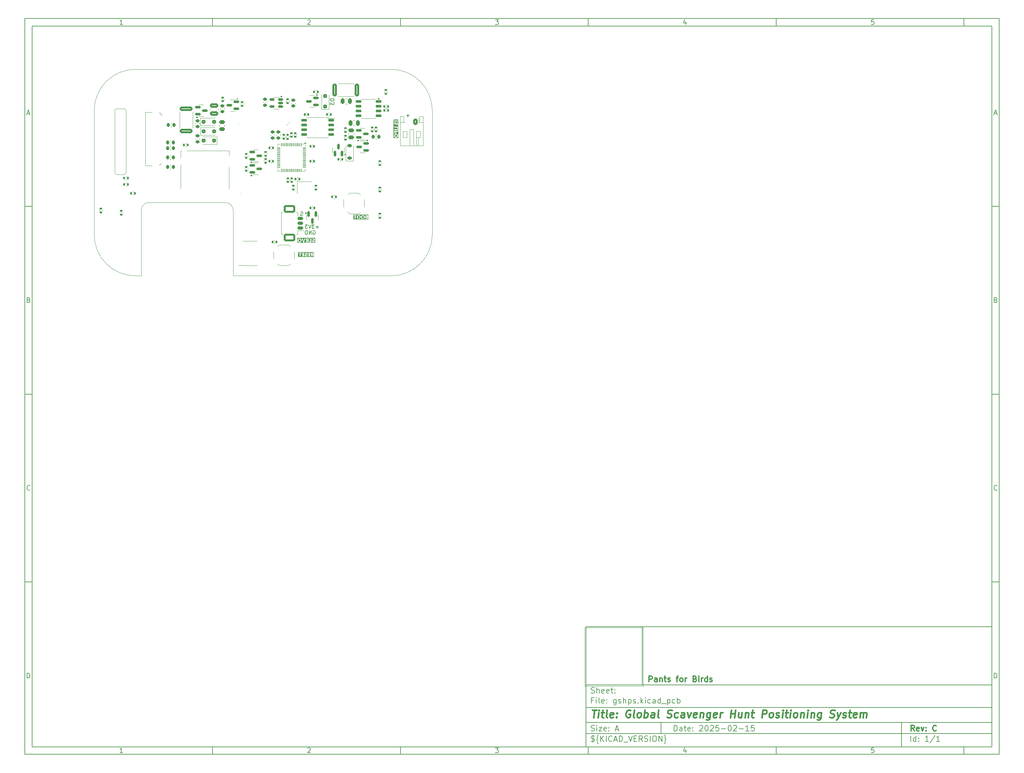
<source format=gbr>
%TF.GenerationSoftware,KiCad,Pcbnew,8.0.6+1*%
%TF.CreationDate,2025-02-16T06:00:45+00:00*%
%TF.ProjectId,gshps,67736870-732e-46b6-9963-61645f706362,C*%
%TF.SameCoordinates,Original*%
%TF.FileFunction,Legend,Bot*%
%TF.FilePolarity,Positive*%
%FSLAX45Y45*%
G04 Gerber Fmt 4.5, Leading zero omitted, Abs format (unit mm)*
G04 Created by KiCad (PCBNEW 8.0.6+1) date 2025-02-16 06:00:45*
%MOMM*%
%LPD*%
G01*
G04 APERTURE LIST*
G04 Aperture macros list*
%AMRoundRect*
0 Rectangle with rounded corners*
0 $1 Rounding radius*
0 $2 $3 $4 $5 $6 $7 $8 $9 X,Y pos of 4 corners*
0 Add a 4 corners polygon primitive as box body*
4,1,4,$2,$3,$4,$5,$6,$7,$8,$9,$2,$3,0*
0 Add four circle primitives for the rounded corners*
1,1,$1+$1,$2,$3*
1,1,$1+$1,$4,$5*
1,1,$1+$1,$6,$7*
1,1,$1+$1,$8,$9*
0 Add four rect primitives between the rounded corners*
20,1,$1+$1,$2,$3,$4,$5,0*
20,1,$1+$1,$4,$5,$6,$7,0*
20,1,$1+$1,$6,$7,$8,$9,0*
20,1,$1+$1,$8,$9,$2,$3,0*%
G04 Aperture macros list end*
%ADD10C,0.100000*%
%ADD11C,0.150000*%
%ADD12C,0.300000*%
%ADD13C,0.400000*%
%TA.AperFunction,Profile*%
%ADD14C,0.100000*%
%TD*%
%ADD15C,0.200000*%
%ADD16C,0.120000*%
%ADD17C,5.000000*%
%ADD18C,0.660000*%
%ADD19O,0.580000X1.000000*%
%ADD20C,1.100000*%
%ADD21RoundRect,0.050000X0.387500X0.050000X-0.387500X0.050000X-0.387500X-0.050000X0.387500X-0.050000X0*%
%ADD22RoundRect,0.050000X0.050000X0.387500X-0.050000X0.387500X-0.050000X-0.387500X0.050000X-0.387500X0*%
%ADD23R,3.200000X3.200000*%
%ADD24RoundRect,0.135000X-0.185000X0.135000X-0.185000X-0.135000X0.185000X-0.135000X0.185000X0.135000X0*%
%ADD25RoundRect,0.225000X-0.225000X-0.250000X0.225000X-0.250000X0.225000X0.250000X-0.225000X0.250000X0*%
%ADD26RoundRect,0.135000X0.135000X0.185000X-0.135000X0.185000X-0.135000X-0.185000X0.135000X-0.185000X0*%
%ADD27RoundRect,0.140000X-0.140000X-0.170000X0.140000X-0.170000X0.140000X0.170000X-0.140000X0.170000X0*%
%ADD28RoundRect,0.140000X-0.170000X0.140000X-0.170000X-0.140000X0.170000X-0.140000X0.170000X0.140000X0*%
%ADD29RoundRect,0.150000X0.150000X-0.587500X0.150000X0.587500X-0.150000X0.587500X-0.150000X-0.587500X0*%
%ADD30R,0.700000X1.750000*%
%ADD31R,1.450000X1.000000*%
%ADD32R,1.000000X1.550000*%
%ADD33R,0.800000X1.500000*%
%ADD34R,1.300000X1.500000*%
%ADD35R,1.500000X1.500000*%
%ADD36R,0.800000X1.400000*%
%ADD37RoundRect,0.250000X-0.300000X-0.300000X0.300000X-0.300000X0.300000X0.300000X-0.300000X0.300000X0*%
%ADD38RoundRect,0.135000X-0.135000X-0.185000X0.135000X-0.185000X0.135000X0.185000X-0.135000X0.185000X0*%
%ADD39RoundRect,0.140000X-0.219203X-0.021213X-0.021213X-0.219203X0.219203X0.021213X0.021213X0.219203X0*%
%ADD40RoundRect,0.250000X0.250000X0.475000X-0.250000X0.475000X-0.250000X-0.475000X0.250000X-0.475000X0*%
%ADD41RoundRect,0.150000X0.587500X0.150000X-0.587500X0.150000X-0.587500X-0.150000X0.587500X-0.150000X0*%
%ADD42R,0.800000X0.300000*%
%ADD43R,0.800000X0.400000*%
%ADD44R,1.700000X1.000000*%
%ADD45RoundRect,0.150000X0.650000X0.150000X-0.650000X0.150000X-0.650000X-0.150000X0.650000X-0.150000X0*%
%ADD46R,2.410000X3.100000*%
%ADD47RoundRect,0.140000X0.170000X-0.140000X0.170000X0.140000X-0.170000X0.140000X-0.170000X-0.140000X0*%
%ADD48RoundRect,0.150000X-0.587500X-0.150000X0.587500X-0.150000X0.587500X0.150000X-0.587500X0.150000X0*%
%ADD49RoundRect,0.140000X0.140000X0.170000X-0.140000X0.170000X-0.140000X-0.170000X0.140000X-0.170000X0*%
%ADD50RoundRect,0.150000X-0.150000X0.587500X-0.150000X-0.587500X0.150000X-0.587500X0.150000X0.587500X0*%
%ADD51RoundRect,0.225000X-0.250000X0.225000X-0.250000X-0.225000X0.250000X-0.225000X0.250000X0.225000X0*%
%ADD52R,2.400000X0.740000*%
%ADD53RoundRect,0.200000X0.600000X-0.200000X0.600000X0.200000X-0.600000X0.200000X-0.600000X-0.200000X0*%
%ADD54RoundRect,0.250001X1.249999X-0.799999X1.249999X0.799999X-1.249999X0.799999X-1.249999X-0.799999X0*%
%ADD55RoundRect,0.250000X-0.362500X-1.425000X0.362500X-1.425000X0.362500X1.425000X-0.362500X1.425000X0*%
%ADD56RoundRect,0.135000X0.185000X-0.135000X0.185000X0.135000X-0.185000X0.135000X-0.185000X-0.135000X0*%
%ADD57RoundRect,0.140000X-0.021213X0.219203X-0.219203X0.021213X0.021213X-0.219203X0.219203X-0.021213X0*%
%ADD58R,1.400000X1.200000*%
%ADD59RoundRect,0.250000X-0.475000X0.250000X-0.475000X-0.250000X0.475000X-0.250000X0.475000X0.250000X0*%
%ADD60RoundRect,0.250000X0.300000X0.300000X-0.300000X0.300000X-0.300000X-0.300000X0.300000X-0.300000X0*%
%ADD61RoundRect,0.150000X0.512500X0.150000X-0.512500X0.150000X-0.512500X-0.150000X0.512500X-0.150000X0*%
%ADD62RoundRect,0.250000X-1.425000X0.362500X-1.425000X-0.362500X1.425000X-0.362500X1.425000X0.362500X0*%
%ADD63RoundRect,0.250000X0.300000X-0.300000X0.300000X0.300000X-0.300000X0.300000X-0.300000X-0.300000X0*%
%ADD64RoundRect,0.140000X0.021213X-0.219203X0.219203X-0.021213X-0.021213X0.219203X-0.219203X0.021213X0*%
%ADD65RoundRect,0.250000X-0.850000X0.375000X-0.850000X-0.375000X0.850000X-0.375000X0.850000X0.375000X0*%
%ADD66RoundRect,0.225000X0.375000X-0.225000X0.375000X0.225000X-0.375000X0.225000X-0.375000X-0.225000X0*%
%ADD67RoundRect,0.250000X0.350000X0.625000X-0.350000X0.625000X-0.350000X-0.625000X0.350000X-0.625000X0*%
%ADD68O,1.200000X1.750000*%
G04 APERTURE END LIST*
D10*
X15905782Y-17215462D02*
X15905782Y-18774098D01*
X17464418Y-18774098D01*
X17464418Y-17215462D01*
X15905782Y-17215462D01*
D11*
X15940000Y-17190000D02*
X26740000Y-17190000D01*
X26740000Y-20390000D01*
X15940000Y-20390000D01*
X15940000Y-17190000D01*
D10*
D11*
X1000000Y-1000000D02*
X26940000Y-1000000D01*
X26940000Y-20590000D01*
X1000000Y-20590000D01*
X1000000Y-1000000D01*
D10*
D11*
X1200000Y-1200000D02*
X26740000Y-1200000D01*
X26740000Y-20390000D01*
X1200000Y-20390000D01*
X1200000Y-1200000D01*
D10*
D11*
X6000000Y-1200000D02*
X6000000Y-1000000D01*
D10*
D11*
X11000000Y-1200000D02*
X11000000Y-1000000D01*
D10*
D11*
X16000000Y-1200000D02*
X16000000Y-1000000D01*
D10*
D11*
X21000000Y-1200000D02*
X21000000Y-1000000D01*
D10*
D11*
X26000000Y-1200000D02*
X26000000Y-1000000D01*
D10*
D11*
X3608916Y-1159360D02*
X3534630Y-1159360D01*
X3571773Y-1159360D02*
X3571773Y-1029360D01*
X3571773Y-1029360D02*
X3559392Y-1047932D01*
X3559392Y-1047932D02*
X3547011Y-1060313D01*
X3547011Y-1060313D02*
X3534630Y-1066503D01*
D10*
D11*
X8534630Y-1041741D02*
X8540821Y-1035551D01*
X8540821Y-1035551D02*
X8553202Y-1029360D01*
X8553202Y-1029360D02*
X8584154Y-1029360D01*
X8584154Y-1029360D02*
X8596535Y-1035551D01*
X8596535Y-1035551D02*
X8602726Y-1041741D01*
X8602726Y-1041741D02*
X8608916Y-1054122D01*
X8608916Y-1054122D02*
X8608916Y-1066503D01*
X8608916Y-1066503D02*
X8602726Y-1085075D01*
X8602726Y-1085075D02*
X8528440Y-1159360D01*
X8528440Y-1159360D02*
X8608916Y-1159360D01*
D10*
D11*
X13528440Y-1029360D02*
X13608916Y-1029360D01*
X13608916Y-1029360D02*
X13565583Y-1078884D01*
X13565583Y-1078884D02*
X13584154Y-1078884D01*
X13584154Y-1078884D02*
X13596535Y-1085075D01*
X13596535Y-1085075D02*
X13602725Y-1091265D01*
X13602725Y-1091265D02*
X13608916Y-1103646D01*
X13608916Y-1103646D02*
X13608916Y-1134599D01*
X13608916Y-1134599D02*
X13602725Y-1146980D01*
X13602725Y-1146980D02*
X13596535Y-1153170D01*
X13596535Y-1153170D02*
X13584154Y-1159360D01*
X13584154Y-1159360D02*
X13547011Y-1159360D01*
X13547011Y-1159360D02*
X13534630Y-1153170D01*
X13534630Y-1153170D02*
X13528440Y-1146980D01*
D10*
D11*
X18596535Y-1072694D02*
X18596535Y-1159360D01*
X18565583Y-1023170D02*
X18534630Y-1116027D01*
X18534630Y-1116027D02*
X18615106Y-1116027D01*
D10*
D11*
X23602725Y-1029360D02*
X23540821Y-1029360D01*
X23540821Y-1029360D02*
X23534630Y-1091265D01*
X23534630Y-1091265D02*
X23540821Y-1085075D01*
X23540821Y-1085075D02*
X23553202Y-1078884D01*
X23553202Y-1078884D02*
X23584154Y-1078884D01*
X23584154Y-1078884D02*
X23596535Y-1085075D01*
X23596535Y-1085075D02*
X23602725Y-1091265D01*
X23602725Y-1091265D02*
X23608916Y-1103646D01*
X23608916Y-1103646D02*
X23608916Y-1134599D01*
X23608916Y-1134599D02*
X23602725Y-1146980D01*
X23602725Y-1146980D02*
X23596535Y-1153170D01*
X23596535Y-1153170D02*
X23584154Y-1159360D01*
X23584154Y-1159360D02*
X23553202Y-1159360D01*
X23553202Y-1159360D02*
X23540821Y-1153170D01*
X23540821Y-1153170D02*
X23534630Y-1146980D01*
D10*
D11*
X6000000Y-20390000D02*
X6000000Y-20590000D01*
D10*
D11*
X11000000Y-20390000D02*
X11000000Y-20590000D01*
D10*
D11*
X16000000Y-20390000D02*
X16000000Y-20590000D01*
D10*
D11*
X21000000Y-20390000D02*
X21000000Y-20590000D01*
D10*
D11*
X26000000Y-20390000D02*
X26000000Y-20590000D01*
D10*
D11*
X3608916Y-20549360D02*
X3534630Y-20549360D01*
X3571773Y-20549360D02*
X3571773Y-20419360D01*
X3571773Y-20419360D02*
X3559392Y-20437932D01*
X3559392Y-20437932D02*
X3547011Y-20450313D01*
X3547011Y-20450313D02*
X3534630Y-20456503D01*
D10*
D11*
X8534630Y-20431741D02*
X8540821Y-20425551D01*
X8540821Y-20425551D02*
X8553202Y-20419360D01*
X8553202Y-20419360D02*
X8584154Y-20419360D01*
X8584154Y-20419360D02*
X8596535Y-20425551D01*
X8596535Y-20425551D02*
X8602726Y-20431741D01*
X8602726Y-20431741D02*
X8608916Y-20444122D01*
X8608916Y-20444122D02*
X8608916Y-20456503D01*
X8608916Y-20456503D02*
X8602726Y-20475075D01*
X8602726Y-20475075D02*
X8528440Y-20549360D01*
X8528440Y-20549360D02*
X8608916Y-20549360D01*
D10*
D11*
X13528440Y-20419360D02*
X13608916Y-20419360D01*
X13608916Y-20419360D02*
X13565583Y-20468884D01*
X13565583Y-20468884D02*
X13584154Y-20468884D01*
X13584154Y-20468884D02*
X13596535Y-20475075D01*
X13596535Y-20475075D02*
X13602725Y-20481265D01*
X13602725Y-20481265D02*
X13608916Y-20493646D01*
X13608916Y-20493646D02*
X13608916Y-20524599D01*
X13608916Y-20524599D02*
X13602725Y-20536980D01*
X13602725Y-20536980D02*
X13596535Y-20543170D01*
X13596535Y-20543170D02*
X13584154Y-20549360D01*
X13584154Y-20549360D02*
X13547011Y-20549360D01*
X13547011Y-20549360D02*
X13534630Y-20543170D01*
X13534630Y-20543170D02*
X13528440Y-20536980D01*
D10*
D11*
X18596535Y-20462694D02*
X18596535Y-20549360D01*
X18565583Y-20413170D02*
X18534630Y-20506027D01*
X18534630Y-20506027D02*
X18615106Y-20506027D01*
D10*
D11*
X23602725Y-20419360D02*
X23540821Y-20419360D01*
X23540821Y-20419360D02*
X23534630Y-20481265D01*
X23534630Y-20481265D02*
X23540821Y-20475075D01*
X23540821Y-20475075D02*
X23553202Y-20468884D01*
X23553202Y-20468884D02*
X23584154Y-20468884D01*
X23584154Y-20468884D02*
X23596535Y-20475075D01*
X23596535Y-20475075D02*
X23602725Y-20481265D01*
X23602725Y-20481265D02*
X23608916Y-20493646D01*
X23608916Y-20493646D02*
X23608916Y-20524599D01*
X23608916Y-20524599D02*
X23602725Y-20536980D01*
X23602725Y-20536980D02*
X23596535Y-20543170D01*
X23596535Y-20543170D02*
X23584154Y-20549360D01*
X23584154Y-20549360D02*
X23553202Y-20549360D01*
X23553202Y-20549360D02*
X23540821Y-20543170D01*
X23540821Y-20543170D02*
X23534630Y-20536980D01*
D10*
D11*
X1000000Y-6000000D02*
X1200000Y-6000000D01*
D10*
D11*
X1000000Y-11000000D02*
X1200000Y-11000000D01*
D10*
D11*
X1000000Y-16000000D02*
X1200000Y-16000000D01*
D10*
D11*
X1069048Y-3522218D02*
X1130952Y-3522218D01*
X1056667Y-3559360D02*
X1100000Y-3429360D01*
X1100000Y-3429360D02*
X1143333Y-3559360D01*
D10*
D11*
X1109286Y-8491265D02*
X1127857Y-8497456D01*
X1127857Y-8497456D02*
X1134048Y-8503646D01*
X1134048Y-8503646D02*
X1140238Y-8516027D01*
X1140238Y-8516027D02*
X1140238Y-8534599D01*
X1140238Y-8534599D02*
X1134048Y-8546980D01*
X1134048Y-8546980D02*
X1127857Y-8553170D01*
X1127857Y-8553170D02*
X1115476Y-8559360D01*
X1115476Y-8559360D02*
X1065952Y-8559360D01*
X1065952Y-8559360D02*
X1065952Y-8429360D01*
X1065952Y-8429360D02*
X1109286Y-8429360D01*
X1109286Y-8429360D02*
X1121667Y-8435551D01*
X1121667Y-8435551D02*
X1127857Y-8441741D01*
X1127857Y-8441741D02*
X1134048Y-8454122D01*
X1134048Y-8454122D02*
X1134048Y-8466503D01*
X1134048Y-8466503D02*
X1127857Y-8478884D01*
X1127857Y-8478884D02*
X1121667Y-8485075D01*
X1121667Y-8485075D02*
X1109286Y-8491265D01*
X1109286Y-8491265D02*
X1065952Y-8491265D01*
D10*
D11*
X1140238Y-13546979D02*
X1134048Y-13553170D01*
X1134048Y-13553170D02*
X1115476Y-13559360D01*
X1115476Y-13559360D02*
X1103095Y-13559360D01*
X1103095Y-13559360D02*
X1084524Y-13553170D01*
X1084524Y-13553170D02*
X1072143Y-13540789D01*
X1072143Y-13540789D02*
X1065952Y-13528408D01*
X1065952Y-13528408D02*
X1059762Y-13503646D01*
X1059762Y-13503646D02*
X1059762Y-13485075D01*
X1059762Y-13485075D02*
X1065952Y-13460313D01*
X1065952Y-13460313D02*
X1072143Y-13447932D01*
X1072143Y-13447932D02*
X1084524Y-13435551D01*
X1084524Y-13435551D02*
X1103095Y-13429360D01*
X1103095Y-13429360D02*
X1115476Y-13429360D01*
X1115476Y-13429360D02*
X1134048Y-13435551D01*
X1134048Y-13435551D02*
X1140238Y-13441741D01*
D10*
D11*
X1065952Y-18559360D02*
X1065952Y-18429360D01*
X1065952Y-18429360D02*
X1096905Y-18429360D01*
X1096905Y-18429360D02*
X1115476Y-18435551D01*
X1115476Y-18435551D02*
X1127857Y-18447932D01*
X1127857Y-18447932D02*
X1134048Y-18460313D01*
X1134048Y-18460313D02*
X1140238Y-18485075D01*
X1140238Y-18485075D02*
X1140238Y-18503646D01*
X1140238Y-18503646D02*
X1134048Y-18528408D01*
X1134048Y-18528408D02*
X1127857Y-18540789D01*
X1127857Y-18540789D02*
X1115476Y-18553170D01*
X1115476Y-18553170D02*
X1096905Y-18559360D01*
X1096905Y-18559360D02*
X1065952Y-18559360D01*
D10*
D11*
X26940000Y-6000000D02*
X26740000Y-6000000D01*
D10*
D11*
X26940000Y-11000000D02*
X26740000Y-11000000D01*
D10*
D11*
X26940000Y-16000000D02*
X26740000Y-16000000D01*
D10*
D11*
X26809048Y-3522218D02*
X26870952Y-3522218D01*
X26796667Y-3559360D02*
X26840000Y-3429360D01*
X26840000Y-3429360D02*
X26883333Y-3559360D01*
D10*
D11*
X26849286Y-8491265D02*
X26867857Y-8497456D01*
X26867857Y-8497456D02*
X26874048Y-8503646D01*
X26874048Y-8503646D02*
X26880238Y-8516027D01*
X26880238Y-8516027D02*
X26880238Y-8534599D01*
X26880238Y-8534599D02*
X26874048Y-8546980D01*
X26874048Y-8546980D02*
X26867857Y-8553170D01*
X26867857Y-8553170D02*
X26855476Y-8559360D01*
X26855476Y-8559360D02*
X26805952Y-8559360D01*
X26805952Y-8559360D02*
X26805952Y-8429360D01*
X26805952Y-8429360D02*
X26849286Y-8429360D01*
X26849286Y-8429360D02*
X26861667Y-8435551D01*
X26861667Y-8435551D02*
X26867857Y-8441741D01*
X26867857Y-8441741D02*
X26874048Y-8454122D01*
X26874048Y-8454122D02*
X26874048Y-8466503D01*
X26874048Y-8466503D02*
X26867857Y-8478884D01*
X26867857Y-8478884D02*
X26861667Y-8485075D01*
X26861667Y-8485075D02*
X26849286Y-8491265D01*
X26849286Y-8491265D02*
X26805952Y-8491265D01*
D10*
D11*
X26880238Y-13546979D02*
X26874048Y-13553170D01*
X26874048Y-13553170D02*
X26855476Y-13559360D01*
X26855476Y-13559360D02*
X26843095Y-13559360D01*
X26843095Y-13559360D02*
X26824524Y-13553170D01*
X26824524Y-13553170D02*
X26812143Y-13540789D01*
X26812143Y-13540789D02*
X26805952Y-13528408D01*
X26805952Y-13528408D02*
X26799762Y-13503646D01*
X26799762Y-13503646D02*
X26799762Y-13485075D01*
X26799762Y-13485075D02*
X26805952Y-13460313D01*
X26805952Y-13460313D02*
X26812143Y-13447932D01*
X26812143Y-13447932D02*
X26824524Y-13435551D01*
X26824524Y-13435551D02*
X26843095Y-13429360D01*
X26843095Y-13429360D02*
X26855476Y-13429360D01*
X26855476Y-13429360D02*
X26874048Y-13435551D01*
X26874048Y-13435551D02*
X26880238Y-13441741D01*
D10*
D11*
X26805952Y-18559360D02*
X26805952Y-18429360D01*
X26805952Y-18429360D02*
X26836905Y-18429360D01*
X26836905Y-18429360D02*
X26855476Y-18435551D01*
X26855476Y-18435551D02*
X26867857Y-18447932D01*
X26867857Y-18447932D02*
X26874048Y-18460313D01*
X26874048Y-18460313D02*
X26880238Y-18485075D01*
X26880238Y-18485075D02*
X26880238Y-18503646D01*
X26880238Y-18503646D02*
X26874048Y-18528408D01*
X26874048Y-18528408D02*
X26867857Y-18540789D01*
X26867857Y-18540789D02*
X26855476Y-18553170D01*
X26855476Y-18553170D02*
X26836905Y-18559360D01*
X26836905Y-18559360D02*
X26805952Y-18559360D01*
D10*
D11*
X18285583Y-19968613D02*
X18285583Y-19818613D01*
X18285583Y-19818613D02*
X18321297Y-19818613D01*
X18321297Y-19818613D02*
X18342726Y-19825756D01*
X18342726Y-19825756D02*
X18357011Y-19840041D01*
X18357011Y-19840041D02*
X18364154Y-19854327D01*
X18364154Y-19854327D02*
X18371297Y-19882899D01*
X18371297Y-19882899D02*
X18371297Y-19904327D01*
X18371297Y-19904327D02*
X18364154Y-19932899D01*
X18364154Y-19932899D02*
X18357011Y-19947184D01*
X18357011Y-19947184D02*
X18342726Y-19961470D01*
X18342726Y-19961470D02*
X18321297Y-19968613D01*
X18321297Y-19968613D02*
X18285583Y-19968613D01*
X18499868Y-19968613D02*
X18499868Y-19890041D01*
X18499868Y-19890041D02*
X18492726Y-19875756D01*
X18492726Y-19875756D02*
X18478440Y-19868613D01*
X18478440Y-19868613D02*
X18449868Y-19868613D01*
X18449868Y-19868613D02*
X18435583Y-19875756D01*
X18499868Y-19961470D02*
X18485583Y-19968613D01*
X18485583Y-19968613D02*
X18449868Y-19968613D01*
X18449868Y-19968613D02*
X18435583Y-19961470D01*
X18435583Y-19961470D02*
X18428440Y-19947184D01*
X18428440Y-19947184D02*
X18428440Y-19932899D01*
X18428440Y-19932899D02*
X18435583Y-19918613D01*
X18435583Y-19918613D02*
X18449868Y-19911470D01*
X18449868Y-19911470D02*
X18485583Y-19911470D01*
X18485583Y-19911470D02*
X18499868Y-19904327D01*
X18549868Y-19868613D02*
X18607011Y-19868613D01*
X18571297Y-19818613D02*
X18571297Y-19947184D01*
X18571297Y-19947184D02*
X18578440Y-19961470D01*
X18578440Y-19961470D02*
X18592726Y-19968613D01*
X18592726Y-19968613D02*
X18607011Y-19968613D01*
X18714154Y-19961470D02*
X18699868Y-19968613D01*
X18699868Y-19968613D02*
X18671297Y-19968613D01*
X18671297Y-19968613D02*
X18657011Y-19961470D01*
X18657011Y-19961470D02*
X18649868Y-19947184D01*
X18649868Y-19947184D02*
X18649868Y-19890041D01*
X18649868Y-19890041D02*
X18657011Y-19875756D01*
X18657011Y-19875756D02*
X18671297Y-19868613D01*
X18671297Y-19868613D02*
X18699868Y-19868613D01*
X18699868Y-19868613D02*
X18714154Y-19875756D01*
X18714154Y-19875756D02*
X18721297Y-19890041D01*
X18721297Y-19890041D02*
X18721297Y-19904327D01*
X18721297Y-19904327D02*
X18649868Y-19918613D01*
X18785583Y-19954327D02*
X18792726Y-19961470D01*
X18792726Y-19961470D02*
X18785583Y-19968613D01*
X18785583Y-19968613D02*
X18778440Y-19961470D01*
X18778440Y-19961470D02*
X18785583Y-19954327D01*
X18785583Y-19954327D02*
X18785583Y-19968613D01*
X18785583Y-19875756D02*
X18792726Y-19882899D01*
X18792726Y-19882899D02*
X18785583Y-19890041D01*
X18785583Y-19890041D02*
X18778440Y-19882899D01*
X18778440Y-19882899D02*
X18785583Y-19875756D01*
X18785583Y-19875756D02*
X18785583Y-19890041D01*
X18964154Y-19832899D02*
X18971297Y-19825756D01*
X18971297Y-19825756D02*
X18985583Y-19818613D01*
X18985583Y-19818613D02*
X19021297Y-19818613D01*
X19021297Y-19818613D02*
X19035583Y-19825756D01*
X19035583Y-19825756D02*
X19042726Y-19832899D01*
X19042726Y-19832899D02*
X19049868Y-19847184D01*
X19049868Y-19847184D02*
X19049868Y-19861470D01*
X19049868Y-19861470D02*
X19042726Y-19882899D01*
X19042726Y-19882899D02*
X18957011Y-19968613D01*
X18957011Y-19968613D02*
X19049868Y-19968613D01*
X19142726Y-19818613D02*
X19157011Y-19818613D01*
X19157011Y-19818613D02*
X19171297Y-19825756D01*
X19171297Y-19825756D02*
X19178440Y-19832899D01*
X19178440Y-19832899D02*
X19185583Y-19847184D01*
X19185583Y-19847184D02*
X19192726Y-19875756D01*
X19192726Y-19875756D02*
X19192726Y-19911470D01*
X19192726Y-19911470D02*
X19185583Y-19940041D01*
X19185583Y-19940041D02*
X19178440Y-19954327D01*
X19178440Y-19954327D02*
X19171297Y-19961470D01*
X19171297Y-19961470D02*
X19157011Y-19968613D01*
X19157011Y-19968613D02*
X19142726Y-19968613D01*
X19142726Y-19968613D02*
X19128440Y-19961470D01*
X19128440Y-19961470D02*
X19121297Y-19954327D01*
X19121297Y-19954327D02*
X19114154Y-19940041D01*
X19114154Y-19940041D02*
X19107011Y-19911470D01*
X19107011Y-19911470D02*
X19107011Y-19875756D01*
X19107011Y-19875756D02*
X19114154Y-19847184D01*
X19114154Y-19847184D02*
X19121297Y-19832899D01*
X19121297Y-19832899D02*
X19128440Y-19825756D01*
X19128440Y-19825756D02*
X19142726Y-19818613D01*
X19249868Y-19832899D02*
X19257011Y-19825756D01*
X19257011Y-19825756D02*
X19271297Y-19818613D01*
X19271297Y-19818613D02*
X19307011Y-19818613D01*
X19307011Y-19818613D02*
X19321297Y-19825756D01*
X19321297Y-19825756D02*
X19328440Y-19832899D01*
X19328440Y-19832899D02*
X19335583Y-19847184D01*
X19335583Y-19847184D02*
X19335583Y-19861470D01*
X19335583Y-19861470D02*
X19328440Y-19882899D01*
X19328440Y-19882899D02*
X19242725Y-19968613D01*
X19242725Y-19968613D02*
X19335583Y-19968613D01*
X19471297Y-19818613D02*
X19399868Y-19818613D01*
X19399868Y-19818613D02*
X19392725Y-19890041D01*
X19392725Y-19890041D02*
X19399868Y-19882899D01*
X19399868Y-19882899D02*
X19414154Y-19875756D01*
X19414154Y-19875756D02*
X19449868Y-19875756D01*
X19449868Y-19875756D02*
X19464154Y-19882899D01*
X19464154Y-19882899D02*
X19471297Y-19890041D01*
X19471297Y-19890041D02*
X19478440Y-19904327D01*
X19478440Y-19904327D02*
X19478440Y-19940041D01*
X19478440Y-19940041D02*
X19471297Y-19954327D01*
X19471297Y-19954327D02*
X19464154Y-19961470D01*
X19464154Y-19961470D02*
X19449868Y-19968613D01*
X19449868Y-19968613D02*
X19414154Y-19968613D01*
X19414154Y-19968613D02*
X19399868Y-19961470D01*
X19399868Y-19961470D02*
X19392725Y-19954327D01*
X19542725Y-19911470D02*
X19657011Y-19911470D01*
X19757011Y-19818613D02*
X19771297Y-19818613D01*
X19771297Y-19818613D02*
X19785583Y-19825756D01*
X19785583Y-19825756D02*
X19792725Y-19832899D01*
X19792725Y-19832899D02*
X19799868Y-19847184D01*
X19799868Y-19847184D02*
X19807011Y-19875756D01*
X19807011Y-19875756D02*
X19807011Y-19911470D01*
X19807011Y-19911470D02*
X19799868Y-19940041D01*
X19799868Y-19940041D02*
X19792725Y-19954327D01*
X19792725Y-19954327D02*
X19785583Y-19961470D01*
X19785583Y-19961470D02*
X19771297Y-19968613D01*
X19771297Y-19968613D02*
X19757011Y-19968613D01*
X19757011Y-19968613D02*
X19742725Y-19961470D01*
X19742725Y-19961470D02*
X19735583Y-19954327D01*
X19735583Y-19954327D02*
X19728440Y-19940041D01*
X19728440Y-19940041D02*
X19721297Y-19911470D01*
X19721297Y-19911470D02*
X19721297Y-19875756D01*
X19721297Y-19875756D02*
X19728440Y-19847184D01*
X19728440Y-19847184D02*
X19735583Y-19832899D01*
X19735583Y-19832899D02*
X19742725Y-19825756D01*
X19742725Y-19825756D02*
X19757011Y-19818613D01*
X19864154Y-19832899D02*
X19871297Y-19825756D01*
X19871297Y-19825756D02*
X19885583Y-19818613D01*
X19885583Y-19818613D02*
X19921297Y-19818613D01*
X19921297Y-19818613D02*
X19935583Y-19825756D01*
X19935583Y-19825756D02*
X19942725Y-19832899D01*
X19942725Y-19832899D02*
X19949868Y-19847184D01*
X19949868Y-19847184D02*
X19949868Y-19861470D01*
X19949868Y-19861470D02*
X19942725Y-19882899D01*
X19942725Y-19882899D02*
X19857011Y-19968613D01*
X19857011Y-19968613D02*
X19949868Y-19968613D01*
X20014154Y-19911470D02*
X20128440Y-19911470D01*
X20278440Y-19968613D02*
X20192725Y-19968613D01*
X20235582Y-19968613D02*
X20235582Y-19818613D01*
X20235582Y-19818613D02*
X20221297Y-19840041D01*
X20221297Y-19840041D02*
X20207011Y-19854327D01*
X20207011Y-19854327D02*
X20192725Y-19861470D01*
X20414154Y-19818613D02*
X20342725Y-19818613D01*
X20342725Y-19818613D02*
X20335582Y-19890041D01*
X20335582Y-19890041D02*
X20342725Y-19882899D01*
X20342725Y-19882899D02*
X20357011Y-19875756D01*
X20357011Y-19875756D02*
X20392725Y-19875756D01*
X20392725Y-19875756D02*
X20407011Y-19882899D01*
X20407011Y-19882899D02*
X20414154Y-19890041D01*
X20414154Y-19890041D02*
X20421297Y-19904327D01*
X20421297Y-19904327D02*
X20421297Y-19940041D01*
X20421297Y-19940041D02*
X20414154Y-19954327D01*
X20414154Y-19954327D02*
X20407011Y-19961470D01*
X20407011Y-19961470D02*
X20392725Y-19968613D01*
X20392725Y-19968613D02*
X20357011Y-19968613D01*
X20357011Y-19968613D02*
X20342725Y-19961470D01*
X20342725Y-19961470D02*
X20335582Y-19954327D01*
D10*
D11*
X15940000Y-20040000D02*
X26740000Y-20040000D01*
D10*
D11*
X16078440Y-20241470D02*
X16099868Y-20248613D01*
X16099868Y-20248613D02*
X16135583Y-20248613D01*
X16135583Y-20248613D02*
X16149868Y-20241470D01*
X16149868Y-20241470D02*
X16157011Y-20234327D01*
X16157011Y-20234327D02*
X16164154Y-20220041D01*
X16164154Y-20220041D02*
X16164154Y-20205756D01*
X16164154Y-20205756D02*
X16157011Y-20191470D01*
X16157011Y-20191470D02*
X16149868Y-20184327D01*
X16149868Y-20184327D02*
X16135583Y-20177184D01*
X16135583Y-20177184D02*
X16107011Y-20170041D01*
X16107011Y-20170041D02*
X16092725Y-20162899D01*
X16092725Y-20162899D02*
X16085583Y-20155756D01*
X16085583Y-20155756D02*
X16078440Y-20141470D01*
X16078440Y-20141470D02*
X16078440Y-20127184D01*
X16078440Y-20127184D02*
X16085583Y-20112899D01*
X16085583Y-20112899D02*
X16092725Y-20105756D01*
X16092725Y-20105756D02*
X16107011Y-20098613D01*
X16107011Y-20098613D02*
X16142725Y-20098613D01*
X16142725Y-20098613D02*
X16164154Y-20105756D01*
X16121297Y-20077184D02*
X16121297Y-20270041D01*
X16271297Y-20305756D02*
X16264154Y-20305756D01*
X16264154Y-20305756D02*
X16249868Y-20298613D01*
X16249868Y-20298613D02*
X16242725Y-20284327D01*
X16242725Y-20284327D02*
X16242725Y-20212899D01*
X16242725Y-20212899D02*
X16235583Y-20198613D01*
X16235583Y-20198613D02*
X16221297Y-20191470D01*
X16221297Y-20191470D02*
X16235583Y-20184327D01*
X16235583Y-20184327D02*
X16242725Y-20170041D01*
X16242725Y-20170041D02*
X16242725Y-20098613D01*
X16242725Y-20098613D02*
X16249868Y-20084327D01*
X16249868Y-20084327D02*
X16264154Y-20077184D01*
X16264154Y-20077184D02*
X16271297Y-20077184D01*
X16328440Y-20248613D02*
X16328440Y-20098613D01*
X16414154Y-20248613D02*
X16349868Y-20162899D01*
X16414154Y-20098613D02*
X16328440Y-20184327D01*
X16478440Y-20248613D02*
X16478440Y-20098613D01*
X16635583Y-20234327D02*
X16628440Y-20241470D01*
X16628440Y-20241470D02*
X16607011Y-20248613D01*
X16607011Y-20248613D02*
X16592725Y-20248613D01*
X16592725Y-20248613D02*
X16571297Y-20241470D01*
X16571297Y-20241470D02*
X16557011Y-20227184D01*
X16557011Y-20227184D02*
X16549868Y-20212899D01*
X16549868Y-20212899D02*
X16542725Y-20184327D01*
X16542725Y-20184327D02*
X16542725Y-20162899D01*
X16542725Y-20162899D02*
X16549868Y-20134327D01*
X16549868Y-20134327D02*
X16557011Y-20120041D01*
X16557011Y-20120041D02*
X16571297Y-20105756D01*
X16571297Y-20105756D02*
X16592725Y-20098613D01*
X16592725Y-20098613D02*
X16607011Y-20098613D01*
X16607011Y-20098613D02*
X16628440Y-20105756D01*
X16628440Y-20105756D02*
X16635583Y-20112899D01*
X16692725Y-20205756D02*
X16764154Y-20205756D01*
X16678440Y-20248613D02*
X16728440Y-20098613D01*
X16728440Y-20098613D02*
X16778440Y-20248613D01*
X16828440Y-20248613D02*
X16828440Y-20098613D01*
X16828440Y-20098613D02*
X16864154Y-20098613D01*
X16864154Y-20098613D02*
X16885583Y-20105756D01*
X16885583Y-20105756D02*
X16899868Y-20120041D01*
X16899868Y-20120041D02*
X16907011Y-20134327D01*
X16907011Y-20134327D02*
X16914154Y-20162899D01*
X16914154Y-20162899D02*
X16914154Y-20184327D01*
X16914154Y-20184327D02*
X16907011Y-20212899D01*
X16907011Y-20212899D02*
X16899868Y-20227184D01*
X16899868Y-20227184D02*
X16885583Y-20241470D01*
X16885583Y-20241470D02*
X16864154Y-20248613D01*
X16864154Y-20248613D02*
X16828440Y-20248613D01*
X16942726Y-20262899D02*
X17057011Y-20262899D01*
X17071297Y-20098613D02*
X17121297Y-20248613D01*
X17121297Y-20248613D02*
X17171297Y-20098613D01*
X17221297Y-20170041D02*
X17271297Y-20170041D01*
X17292725Y-20248613D02*
X17221297Y-20248613D01*
X17221297Y-20248613D02*
X17221297Y-20098613D01*
X17221297Y-20098613D02*
X17292725Y-20098613D01*
X17442725Y-20248613D02*
X17392725Y-20177184D01*
X17357011Y-20248613D02*
X17357011Y-20098613D01*
X17357011Y-20098613D02*
X17414154Y-20098613D01*
X17414154Y-20098613D02*
X17428440Y-20105756D01*
X17428440Y-20105756D02*
X17435583Y-20112899D01*
X17435583Y-20112899D02*
X17442725Y-20127184D01*
X17442725Y-20127184D02*
X17442725Y-20148613D01*
X17442725Y-20148613D02*
X17435583Y-20162899D01*
X17435583Y-20162899D02*
X17428440Y-20170041D01*
X17428440Y-20170041D02*
X17414154Y-20177184D01*
X17414154Y-20177184D02*
X17357011Y-20177184D01*
X17499868Y-20241470D02*
X17521297Y-20248613D01*
X17521297Y-20248613D02*
X17557011Y-20248613D01*
X17557011Y-20248613D02*
X17571297Y-20241470D01*
X17571297Y-20241470D02*
X17578440Y-20234327D01*
X17578440Y-20234327D02*
X17585583Y-20220041D01*
X17585583Y-20220041D02*
X17585583Y-20205756D01*
X17585583Y-20205756D02*
X17578440Y-20191470D01*
X17578440Y-20191470D02*
X17571297Y-20184327D01*
X17571297Y-20184327D02*
X17557011Y-20177184D01*
X17557011Y-20177184D02*
X17528440Y-20170041D01*
X17528440Y-20170041D02*
X17514154Y-20162899D01*
X17514154Y-20162899D02*
X17507011Y-20155756D01*
X17507011Y-20155756D02*
X17499868Y-20141470D01*
X17499868Y-20141470D02*
X17499868Y-20127184D01*
X17499868Y-20127184D02*
X17507011Y-20112899D01*
X17507011Y-20112899D02*
X17514154Y-20105756D01*
X17514154Y-20105756D02*
X17528440Y-20098613D01*
X17528440Y-20098613D02*
X17564154Y-20098613D01*
X17564154Y-20098613D02*
X17585583Y-20105756D01*
X17649868Y-20248613D02*
X17649868Y-20098613D01*
X17749868Y-20098613D02*
X17778440Y-20098613D01*
X17778440Y-20098613D02*
X17792725Y-20105756D01*
X17792725Y-20105756D02*
X17807011Y-20120041D01*
X17807011Y-20120041D02*
X17814154Y-20148613D01*
X17814154Y-20148613D02*
X17814154Y-20198613D01*
X17814154Y-20198613D02*
X17807011Y-20227184D01*
X17807011Y-20227184D02*
X17792725Y-20241470D01*
X17792725Y-20241470D02*
X17778440Y-20248613D01*
X17778440Y-20248613D02*
X17749868Y-20248613D01*
X17749868Y-20248613D02*
X17735583Y-20241470D01*
X17735583Y-20241470D02*
X17721297Y-20227184D01*
X17721297Y-20227184D02*
X17714154Y-20198613D01*
X17714154Y-20198613D02*
X17714154Y-20148613D01*
X17714154Y-20148613D02*
X17721297Y-20120041D01*
X17721297Y-20120041D02*
X17735583Y-20105756D01*
X17735583Y-20105756D02*
X17749868Y-20098613D01*
X17878440Y-20248613D02*
X17878440Y-20098613D01*
X17878440Y-20098613D02*
X17964154Y-20248613D01*
X17964154Y-20248613D02*
X17964154Y-20098613D01*
X18021297Y-20305756D02*
X18028440Y-20305756D01*
X18028440Y-20305756D02*
X18042726Y-20298613D01*
X18042726Y-20298613D02*
X18049868Y-20284327D01*
X18049868Y-20284327D02*
X18049868Y-20212899D01*
X18049868Y-20212899D02*
X18057011Y-20198613D01*
X18057011Y-20198613D02*
X18071297Y-20191470D01*
X18071297Y-20191470D02*
X18057011Y-20184327D01*
X18057011Y-20184327D02*
X18049868Y-20170041D01*
X18049868Y-20170041D02*
X18049868Y-20098613D01*
X18049868Y-20098613D02*
X18042726Y-20084327D01*
X18042726Y-20084327D02*
X18028440Y-20077184D01*
X18028440Y-20077184D02*
X18021297Y-20077184D01*
D10*
D11*
X15940000Y-19740000D02*
X26740000Y-19740000D01*
D10*
D12*
X24681165Y-19967833D02*
X24631165Y-19896404D01*
X24595451Y-19967833D02*
X24595451Y-19817833D01*
X24595451Y-19817833D02*
X24652594Y-19817833D01*
X24652594Y-19817833D02*
X24666880Y-19824976D01*
X24666880Y-19824976D02*
X24674022Y-19832119D01*
X24674022Y-19832119D02*
X24681165Y-19846404D01*
X24681165Y-19846404D02*
X24681165Y-19867833D01*
X24681165Y-19867833D02*
X24674022Y-19882119D01*
X24674022Y-19882119D02*
X24666880Y-19889261D01*
X24666880Y-19889261D02*
X24652594Y-19896404D01*
X24652594Y-19896404D02*
X24595451Y-19896404D01*
X24802594Y-19960690D02*
X24788308Y-19967833D01*
X24788308Y-19967833D02*
X24759737Y-19967833D01*
X24759737Y-19967833D02*
X24745451Y-19960690D01*
X24745451Y-19960690D02*
X24738308Y-19946404D01*
X24738308Y-19946404D02*
X24738308Y-19889261D01*
X24738308Y-19889261D02*
X24745451Y-19874976D01*
X24745451Y-19874976D02*
X24759737Y-19867833D01*
X24759737Y-19867833D02*
X24788308Y-19867833D01*
X24788308Y-19867833D02*
X24802594Y-19874976D01*
X24802594Y-19874976D02*
X24809737Y-19889261D01*
X24809737Y-19889261D02*
X24809737Y-19903547D01*
X24809737Y-19903547D02*
X24738308Y-19917833D01*
X24859737Y-19867833D02*
X24895451Y-19967833D01*
X24895451Y-19967833D02*
X24931165Y-19867833D01*
X24988308Y-19953547D02*
X24995451Y-19960690D01*
X24995451Y-19960690D02*
X24988308Y-19967833D01*
X24988308Y-19967833D02*
X24981165Y-19960690D01*
X24981165Y-19960690D02*
X24988308Y-19953547D01*
X24988308Y-19953547D02*
X24988308Y-19967833D01*
X24988308Y-19874976D02*
X24995451Y-19882119D01*
X24995451Y-19882119D02*
X24988308Y-19889261D01*
X24988308Y-19889261D02*
X24981165Y-19882119D01*
X24981165Y-19882119D02*
X24988308Y-19874976D01*
X24988308Y-19874976D02*
X24988308Y-19889261D01*
X25259737Y-19953547D02*
X25252594Y-19960690D01*
X25252594Y-19960690D02*
X25231165Y-19967833D01*
X25231165Y-19967833D02*
X25216880Y-19967833D01*
X25216880Y-19967833D02*
X25195451Y-19960690D01*
X25195451Y-19960690D02*
X25181165Y-19946404D01*
X25181165Y-19946404D02*
X25174022Y-19932119D01*
X25174022Y-19932119D02*
X25166880Y-19903547D01*
X25166880Y-19903547D02*
X25166880Y-19882119D01*
X25166880Y-19882119D02*
X25174022Y-19853547D01*
X25174022Y-19853547D02*
X25181165Y-19839261D01*
X25181165Y-19839261D02*
X25195451Y-19824976D01*
X25195451Y-19824976D02*
X25216880Y-19817833D01*
X25216880Y-19817833D02*
X25231165Y-19817833D01*
X25231165Y-19817833D02*
X25252594Y-19824976D01*
X25252594Y-19824976D02*
X25259737Y-19832119D01*
D10*
D11*
X16078440Y-19961470D02*
X16099868Y-19968613D01*
X16099868Y-19968613D02*
X16135583Y-19968613D01*
X16135583Y-19968613D02*
X16149868Y-19961470D01*
X16149868Y-19961470D02*
X16157011Y-19954327D01*
X16157011Y-19954327D02*
X16164154Y-19940041D01*
X16164154Y-19940041D02*
X16164154Y-19925756D01*
X16164154Y-19925756D02*
X16157011Y-19911470D01*
X16157011Y-19911470D02*
X16149868Y-19904327D01*
X16149868Y-19904327D02*
X16135583Y-19897184D01*
X16135583Y-19897184D02*
X16107011Y-19890041D01*
X16107011Y-19890041D02*
X16092725Y-19882899D01*
X16092725Y-19882899D02*
X16085583Y-19875756D01*
X16085583Y-19875756D02*
X16078440Y-19861470D01*
X16078440Y-19861470D02*
X16078440Y-19847184D01*
X16078440Y-19847184D02*
X16085583Y-19832899D01*
X16085583Y-19832899D02*
X16092725Y-19825756D01*
X16092725Y-19825756D02*
X16107011Y-19818613D01*
X16107011Y-19818613D02*
X16142725Y-19818613D01*
X16142725Y-19818613D02*
X16164154Y-19825756D01*
X16228440Y-19968613D02*
X16228440Y-19868613D01*
X16228440Y-19818613D02*
X16221297Y-19825756D01*
X16221297Y-19825756D02*
X16228440Y-19832899D01*
X16228440Y-19832899D02*
X16235583Y-19825756D01*
X16235583Y-19825756D02*
X16228440Y-19818613D01*
X16228440Y-19818613D02*
X16228440Y-19832899D01*
X16285583Y-19868613D02*
X16364154Y-19868613D01*
X16364154Y-19868613D02*
X16285583Y-19968613D01*
X16285583Y-19968613D02*
X16364154Y-19968613D01*
X16478440Y-19961470D02*
X16464154Y-19968613D01*
X16464154Y-19968613D02*
X16435583Y-19968613D01*
X16435583Y-19968613D02*
X16421297Y-19961470D01*
X16421297Y-19961470D02*
X16414154Y-19947184D01*
X16414154Y-19947184D02*
X16414154Y-19890041D01*
X16414154Y-19890041D02*
X16421297Y-19875756D01*
X16421297Y-19875756D02*
X16435583Y-19868613D01*
X16435583Y-19868613D02*
X16464154Y-19868613D01*
X16464154Y-19868613D02*
X16478440Y-19875756D01*
X16478440Y-19875756D02*
X16485583Y-19890041D01*
X16485583Y-19890041D02*
X16485583Y-19904327D01*
X16485583Y-19904327D02*
X16414154Y-19918613D01*
X16549868Y-19954327D02*
X16557011Y-19961470D01*
X16557011Y-19961470D02*
X16549868Y-19968613D01*
X16549868Y-19968613D02*
X16542725Y-19961470D01*
X16542725Y-19961470D02*
X16549868Y-19954327D01*
X16549868Y-19954327D02*
X16549868Y-19968613D01*
X16549868Y-19875756D02*
X16557011Y-19882899D01*
X16557011Y-19882899D02*
X16549868Y-19890041D01*
X16549868Y-19890041D02*
X16542725Y-19882899D01*
X16542725Y-19882899D02*
X16549868Y-19875756D01*
X16549868Y-19875756D02*
X16549868Y-19890041D01*
X16728440Y-19925756D02*
X16799868Y-19925756D01*
X16714154Y-19968613D02*
X16764154Y-19818613D01*
X16764154Y-19818613D02*
X16814154Y-19968613D01*
D10*
D11*
X24585583Y-20248613D02*
X24585583Y-20098613D01*
X24721297Y-20248613D02*
X24721297Y-20098613D01*
X24721297Y-20241470D02*
X24707011Y-20248613D01*
X24707011Y-20248613D02*
X24678440Y-20248613D01*
X24678440Y-20248613D02*
X24664154Y-20241470D01*
X24664154Y-20241470D02*
X24657011Y-20234327D01*
X24657011Y-20234327D02*
X24649868Y-20220041D01*
X24649868Y-20220041D02*
X24649868Y-20177184D01*
X24649868Y-20177184D02*
X24657011Y-20162899D01*
X24657011Y-20162899D02*
X24664154Y-20155756D01*
X24664154Y-20155756D02*
X24678440Y-20148613D01*
X24678440Y-20148613D02*
X24707011Y-20148613D01*
X24707011Y-20148613D02*
X24721297Y-20155756D01*
X24792725Y-20234327D02*
X24799868Y-20241470D01*
X24799868Y-20241470D02*
X24792725Y-20248613D01*
X24792725Y-20248613D02*
X24785583Y-20241470D01*
X24785583Y-20241470D02*
X24792725Y-20234327D01*
X24792725Y-20234327D02*
X24792725Y-20248613D01*
X24792725Y-20155756D02*
X24799868Y-20162899D01*
X24799868Y-20162899D02*
X24792725Y-20170041D01*
X24792725Y-20170041D02*
X24785583Y-20162899D01*
X24785583Y-20162899D02*
X24792725Y-20155756D01*
X24792725Y-20155756D02*
X24792725Y-20170041D01*
X25057011Y-20248613D02*
X24971297Y-20248613D01*
X25014154Y-20248613D02*
X25014154Y-20098613D01*
X25014154Y-20098613D02*
X24999868Y-20120041D01*
X24999868Y-20120041D02*
X24985583Y-20134327D01*
X24985583Y-20134327D02*
X24971297Y-20141470D01*
X25228440Y-20091470D02*
X25099868Y-20284327D01*
X25357011Y-20248613D02*
X25271297Y-20248613D01*
X25314154Y-20248613D02*
X25314154Y-20098613D01*
X25314154Y-20098613D02*
X25299868Y-20120041D01*
X25299868Y-20120041D02*
X25285583Y-20134327D01*
X25285583Y-20134327D02*
X25271297Y-20141470D01*
D10*
D11*
X15940000Y-19340000D02*
X26740000Y-19340000D01*
D10*
D13*
X16109173Y-19410444D02*
X16223458Y-19410444D01*
X16141316Y-19610444D02*
X16166316Y-19410444D01*
X16265125Y-19610444D02*
X16281792Y-19477110D01*
X16290125Y-19410444D02*
X16279411Y-19419968D01*
X16279411Y-19419968D02*
X16287744Y-19429491D01*
X16287744Y-19429491D02*
X16298459Y-19419968D01*
X16298459Y-19419968D02*
X16290125Y-19410444D01*
X16290125Y-19410444D02*
X16287744Y-19429491D01*
X16348459Y-19477110D02*
X16424649Y-19477110D01*
X16385363Y-19410444D02*
X16363935Y-19581872D01*
X16363935Y-19581872D02*
X16371078Y-19600920D01*
X16371078Y-19600920D02*
X16388935Y-19610444D01*
X16388935Y-19610444D02*
X16407982Y-19610444D01*
X16503220Y-19610444D02*
X16485363Y-19600920D01*
X16485363Y-19600920D02*
X16478220Y-19581872D01*
X16478220Y-19581872D02*
X16499649Y-19410444D01*
X16656792Y-19600920D02*
X16636554Y-19610444D01*
X16636554Y-19610444D02*
X16598458Y-19610444D01*
X16598458Y-19610444D02*
X16580601Y-19600920D01*
X16580601Y-19600920D02*
X16573458Y-19581872D01*
X16573458Y-19581872D02*
X16582982Y-19505682D01*
X16582982Y-19505682D02*
X16594887Y-19486634D01*
X16594887Y-19486634D02*
X16615125Y-19477110D01*
X16615125Y-19477110D02*
X16653220Y-19477110D01*
X16653220Y-19477110D02*
X16671078Y-19486634D01*
X16671078Y-19486634D02*
X16678220Y-19505682D01*
X16678220Y-19505682D02*
X16675839Y-19524730D01*
X16675839Y-19524730D02*
X16578220Y-19543777D01*
X16753220Y-19591396D02*
X16761554Y-19600920D01*
X16761554Y-19600920D02*
X16750839Y-19610444D01*
X16750839Y-19610444D02*
X16742506Y-19600920D01*
X16742506Y-19600920D02*
X16753220Y-19591396D01*
X16753220Y-19591396D02*
X16750839Y-19610444D01*
X16766316Y-19486634D02*
X16774649Y-19496158D01*
X16774649Y-19496158D02*
X16763935Y-19505682D01*
X16763935Y-19505682D02*
X16755601Y-19496158D01*
X16755601Y-19496158D02*
X16766316Y-19486634D01*
X16766316Y-19486634D02*
X16763935Y-19505682D01*
X17127030Y-19419968D02*
X17109173Y-19410444D01*
X17109173Y-19410444D02*
X17080602Y-19410444D01*
X17080602Y-19410444D02*
X17050840Y-19419968D01*
X17050840Y-19419968D02*
X17029411Y-19439015D01*
X17029411Y-19439015D02*
X17017506Y-19458063D01*
X17017506Y-19458063D02*
X17003221Y-19496158D01*
X17003221Y-19496158D02*
X16999649Y-19524730D01*
X16999649Y-19524730D02*
X17004411Y-19562825D01*
X17004411Y-19562825D02*
X17011554Y-19581872D01*
X17011554Y-19581872D02*
X17028221Y-19600920D01*
X17028221Y-19600920D02*
X17055602Y-19610444D01*
X17055602Y-19610444D02*
X17074649Y-19610444D01*
X17074649Y-19610444D02*
X17104411Y-19600920D01*
X17104411Y-19600920D02*
X17115125Y-19591396D01*
X17115125Y-19591396D02*
X17123459Y-19524730D01*
X17123459Y-19524730D02*
X17085363Y-19524730D01*
X17227030Y-19610444D02*
X17209173Y-19600920D01*
X17209173Y-19600920D02*
X17202030Y-19581872D01*
X17202030Y-19581872D02*
X17223459Y-19410444D01*
X17331792Y-19610444D02*
X17313935Y-19600920D01*
X17313935Y-19600920D02*
X17305602Y-19591396D01*
X17305602Y-19591396D02*
X17298459Y-19572349D01*
X17298459Y-19572349D02*
X17305602Y-19515206D01*
X17305602Y-19515206D02*
X17317506Y-19496158D01*
X17317506Y-19496158D02*
X17328221Y-19486634D01*
X17328221Y-19486634D02*
X17348459Y-19477110D01*
X17348459Y-19477110D02*
X17377030Y-19477110D01*
X17377030Y-19477110D02*
X17394887Y-19486634D01*
X17394887Y-19486634D02*
X17403221Y-19496158D01*
X17403221Y-19496158D02*
X17410363Y-19515206D01*
X17410363Y-19515206D02*
X17403221Y-19572349D01*
X17403221Y-19572349D02*
X17391316Y-19591396D01*
X17391316Y-19591396D02*
X17380602Y-19600920D01*
X17380602Y-19600920D02*
X17360363Y-19610444D01*
X17360363Y-19610444D02*
X17331792Y-19610444D01*
X17484173Y-19610444D02*
X17509173Y-19410444D01*
X17499649Y-19486634D02*
X17519887Y-19477110D01*
X17519887Y-19477110D02*
X17557982Y-19477110D01*
X17557982Y-19477110D02*
X17575840Y-19486634D01*
X17575840Y-19486634D02*
X17584173Y-19496158D01*
X17584173Y-19496158D02*
X17591316Y-19515206D01*
X17591316Y-19515206D02*
X17584173Y-19572349D01*
X17584173Y-19572349D02*
X17572268Y-19591396D01*
X17572268Y-19591396D02*
X17561554Y-19600920D01*
X17561554Y-19600920D02*
X17541316Y-19610444D01*
X17541316Y-19610444D02*
X17503221Y-19610444D01*
X17503221Y-19610444D02*
X17485363Y-19600920D01*
X17750840Y-19610444D02*
X17763935Y-19505682D01*
X17763935Y-19505682D02*
X17756792Y-19486634D01*
X17756792Y-19486634D02*
X17738935Y-19477110D01*
X17738935Y-19477110D02*
X17700840Y-19477110D01*
X17700840Y-19477110D02*
X17680602Y-19486634D01*
X17752030Y-19600920D02*
X17731792Y-19610444D01*
X17731792Y-19610444D02*
X17684173Y-19610444D01*
X17684173Y-19610444D02*
X17666316Y-19600920D01*
X17666316Y-19600920D02*
X17659173Y-19581872D01*
X17659173Y-19581872D02*
X17661554Y-19562825D01*
X17661554Y-19562825D02*
X17673459Y-19543777D01*
X17673459Y-19543777D02*
X17693697Y-19534253D01*
X17693697Y-19534253D02*
X17741316Y-19534253D01*
X17741316Y-19534253D02*
X17761554Y-19524730D01*
X17874649Y-19610444D02*
X17856792Y-19600920D01*
X17856792Y-19600920D02*
X17849649Y-19581872D01*
X17849649Y-19581872D02*
X17871078Y-19410444D01*
X18094887Y-19600920D02*
X18122268Y-19610444D01*
X18122268Y-19610444D02*
X18169887Y-19610444D01*
X18169887Y-19610444D02*
X18190125Y-19600920D01*
X18190125Y-19600920D02*
X18200840Y-19591396D01*
X18200840Y-19591396D02*
X18212744Y-19572349D01*
X18212744Y-19572349D02*
X18215125Y-19553301D01*
X18215125Y-19553301D02*
X18207983Y-19534253D01*
X18207983Y-19534253D02*
X18199649Y-19524730D01*
X18199649Y-19524730D02*
X18181792Y-19515206D01*
X18181792Y-19515206D02*
X18144887Y-19505682D01*
X18144887Y-19505682D02*
X18127030Y-19496158D01*
X18127030Y-19496158D02*
X18118697Y-19486634D01*
X18118697Y-19486634D02*
X18111554Y-19467587D01*
X18111554Y-19467587D02*
X18113935Y-19448539D01*
X18113935Y-19448539D02*
X18125840Y-19429491D01*
X18125840Y-19429491D02*
X18136554Y-19419968D01*
X18136554Y-19419968D02*
X18156792Y-19410444D01*
X18156792Y-19410444D02*
X18204411Y-19410444D01*
X18204411Y-19410444D02*
X18231792Y-19419968D01*
X18380602Y-19600920D02*
X18360364Y-19610444D01*
X18360364Y-19610444D02*
X18322268Y-19610444D01*
X18322268Y-19610444D02*
X18304411Y-19600920D01*
X18304411Y-19600920D02*
X18296078Y-19591396D01*
X18296078Y-19591396D02*
X18288935Y-19572349D01*
X18288935Y-19572349D02*
X18296078Y-19515206D01*
X18296078Y-19515206D02*
X18307983Y-19496158D01*
X18307983Y-19496158D02*
X18318697Y-19486634D01*
X18318697Y-19486634D02*
X18338935Y-19477110D01*
X18338935Y-19477110D02*
X18377030Y-19477110D01*
X18377030Y-19477110D02*
X18394887Y-19486634D01*
X18550840Y-19610444D02*
X18563935Y-19505682D01*
X18563935Y-19505682D02*
X18556792Y-19486634D01*
X18556792Y-19486634D02*
X18538935Y-19477110D01*
X18538935Y-19477110D02*
X18500840Y-19477110D01*
X18500840Y-19477110D02*
X18480602Y-19486634D01*
X18552030Y-19600920D02*
X18531792Y-19610444D01*
X18531792Y-19610444D02*
X18484173Y-19610444D01*
X18484173Y-19610444D02*
X18466316Y-19600920D01*
X18466316Y-19600920D02*
X18459173Y-19581872D01*
X18459173Y-19581872D02*
X18461554Y-19562825D01*
X18461554Y-19562825D02*
X18473459Y-19543777D01*
X18473459Y-19543777D02*
X18493697Y-19534253D01*
X18493697Y-19534253D02*
X18541316Y-19534253D01*
X18541316Y-19534253D02*
X18561554Y-19524730D01*
X18643697Y-19477110D02*
X18674649Y-19610444D01*
X18674649Y-19610444D02*
X18738935Y-19477110D01*
X18875840Y-19600920D02*
X18855602Y-19610444D01*
X18855602Y-19610444D02*
X18817506Y-19610444D01*
X18817506Y-19610444D02*
X18799649Y-19600920D01*
X18799649Y-19600920D02*
X18792506Y-19581872D01*
X18792506Y-19581872D02*
X18802030Y-19505682D01*
X18802030Y-19505682D02*
X18813935Y-19486634D01*
X18813935Y-19486634D02*
X18834173Y-19477110D01*
X18834173Y-19477110D02*
X18872268Y-19477110D01*
X18872268Y-19477110D02*
X18890126Y-19486634D01*
X18890126Y-19486634D02*
X18897268Y-19505682D01*
X18897268Y-19505682D02*
X18894887Y-19524730D01*
X18894887Y-19524730D02*
X18797268Y-19543777D01*
X18986554Y-19477110D02*
X18969887Y-19610444D01*
X18984173Y-19496158D02*
X18994887Y-19486634D01*
X18994887Y-19486634D02*
X19015126Y-19477110D01*
X19015126Y-19477110D02*
X19043697Y-19477110D01*
X19043697Y-19477110D02*
X19061554Y-19486634D01*
X19061554Y-19486634D02*
X19068697Y-19505682D01*
X19068697Y-19505682D02*
X19055602Y-19610444D01*
X19253221Y-19477110D02*
X19232983Y-19639015D01*
X19232983Y-19639015D02*
X19221078Y-19658063D01*
X19221078Y-19658063D02*
X19210364Y-19667587D01*
X19210364Y-19667587D02*
X19190126Y-19677110D01*
X19190126Y-19677110D02*
X19161554Y-19677110D01*
X19161554Y-19677110D02*
X19143697Y-19667587D01*
X19237745Y-19600920D02*
X19217507Y-19610444D01*
X19217507Y-19610444D02*
X19179411Y-19610444D01*
X19179411Y-19610444D02*
X19161554Y-19600920D01*
X19161554Y-19600920D02*
X19153221Y-19591396D01*
X19153221Y-19591396D02*
X19146078Y-19572349D01*
X19146078Y-19572349D02*
X19153221Y-19515206D01*
X19153221Y-19515206D02*
X19165126Y-19496158D01*
X19165126Y-19496158D02*
X19175840Y-19486634D01*
X19175840Y-19486634D02*
X19196078Y-19477110D01*
X19196078Y-19477110D02*
X19234173Y-19477110D01*
X19234173Y-19477110D02*
X19252030Y-19486634D01*
X19409173Y-19600920D02*
X19388935Y-19610444D01*
X19388935Y-19610444D02*
X19350840Y-19610444D01*
X19350840Y-19610444D02*
X19332983Y-19600920D01*
X19332983Y-19600920D02*
X19325840Y-19581872D01*
X19325840Y-19581872D02*
X19335364Y-19505682D01*
X19335364Y-19505682D02*
X19347268Y-19486634D01*
X19347268Y-19486634D02*
X19367507Y-19477110D01*
X19367507Y-19477110D02*
X19405602Y-19477110D01*
X19405602Y-19477110D02*
X19423459Y-19486634D01*
X19423459Y-19486634D02*
X19430602Y-19505682D01*
X19430602Y-19505682D02*
X19428221Y-19524730D01*
X19428221Y-19524730D02*
X19330602Y-19543777D01*
X19503221Y-19610444D02*
X19519888Y-19477110D01*
X19515126Y-19515206D02*
X19527030Y-19496158D01*
X19527030Y-19496158D02*
X19537745Y-19486634D01*
X19537745Y-19486634D02*
X19557983Y-19477110D01*
X19557983Y-19477110D02*
X19577030Y-19477110D01*
X19779411Y-19610444D02*
X19804411Y-19410444D01*
X19792507Y-19505682D02*
X19906792Y-19505682D01*
X19893697Y-19610444D02*
X19918697Y-19410444D01*
X20091316Y-19477110D02*
X20074649Y-19610444D01*
X20005602Y-19477110D02*
X19992507Y-19581872D01*
X19992507Y-19581872D02*
X19999649Y-19600920D01*
X19999649Y-19600920D02*
X20017507Y-19610444D01*
X20017507Y-19610444D02*
X20046078Y-19610444D01*
X20046078Y-19610444D02*
X20066316Y-19600920D01*
X20066316Y-19600920D02*
X20077030Y-19591396D01*
X20186554Y-19477110D02*
X20169888Y-19610444D01*
X20184173Y-19496158D02*
X20194888Y-19486634D01*
X20194888Y-19486634D02*
X20215126Y-19477110D01*
X20215126Y-19477110D02*
X20243697Y-19477110D01*
X20243697Y-19477110D02*
X20261554Y-19486634D01*
X20261554Y-19486634D02*
X20268697Y-19505682D01*
X20268697Y-19505682D02*
X20255602Y-19610444D01*
X20338935Y-19477110D02*
X20415126Y-19477110D01*
X20375840Y-19410444D02*
X20354411Y-19581872D01*
X20354411Y-19581872D02*
X20361554Y-19600920D01*
X20361554Y-19600920D02*
X20379411Y-19610444D01*
X20379411Y-19610444D02*
X20398459Y-19610444D01*
X20617507Y-19610444D02*
X20642507Y-19410444D01*
X20642507Y-19410444D02*
X20718697Y-19410444D01*
X20718697Y-19410444D02*
X20736554Y-19419968D01*
X20736554Y-19419968D02*
X20744888Y-19429491D01*
X20744888Y-19429491D02*
X20752030Y-19448539D01*
X20752030Y-19448539D02*
X20748459Y-19477110D01*
X20748459Y-19477110D02*
X20736554Y-19496158D01*
X20736554Y-19496158D02*
X20725840Y-19505682D01*
X20725840Y-19505682D02*
X20705602Y-19515206D01*
X20705602Y-19515206D02*
X20629411Y-19515206D01*
X20846078Y-19610444D02*
X20828221Y-19600920D01*
X20828221Y-19600920D02*
X20819888Y-19591396D01*
X20819888Y-19591396D02*
X20812745Y-19572349D01*
X20812745Y-19572349D02*
X20819888Y-19515206D01*
X20819888Y-19515206D02*
X20831792Y-19496158D01*
X20831792Y-19496158D02*
X20842507Y-19486634D01*
X20842507Y-19486634D02*
X20862745Y-19477110D01*
X20862745Y-19477110D02*
X20891316Y-19477110D01*
X20891316Y-19477110D02*
X20909173Y-19486634D01*
X20909173Y-19486634D02*
X20917507Y-19496158D01*
X20917507Y-19496158D02*
X20924650Y-19515206D01*
X20924650Y-19515206D02*
X20917507Y-19572349D01*
X20917507Y-19572349D02*
X20905602Y-19591396D01*
X20905602Y-19591396D02*
X20894888Y-19600920D01*
X20894888Y-19600920D02*
X20874650Y-19610444D01*
X20874650Y-19610444D02*
X20846078Y-19610444D01*
X20990126Y-19600920D02*
X21007983Y-19610444D01*
X21007983Y-19610444D02*
X21046078Y-19610444D01*
X21046078Y-19610444D02*
X21066316Y-19600920D01*
X21066316Y-19600920D02*
X21078221Y-19581872D01*
X21078221Y-19581872D02*
X21079411Y-19572349D01*
X21079411Y-19572349D02*
X21072269Y-19553301D01*
X21072269Y-19553301D02*
X21054411Y-19543777D01*
X21054411Y-19543777D02*
X21025840Y-19543777D01*
X21025840Y-19543777D02*
X21007983Y-19534253D01*
X21007983Y-19534253D02*
X21000840Y-19515206D01*
X21000840Y-19515206D02*
X21002031Y-19505682D01*
X21002031Y-19505682D02*
X21013935Y-19486634D01*
X21013935Y-19486634D02*
X21034173Y-19477110D01*
X21034173Y-19477110D02*
X21062745Y-19477110D01*
X21062745Y-19477110D02*
X21080602Y-19486634D01*
X21160364Y-19610444D02*
X21177031Y-19477110D01*
X21185364Y-19410444D02*
X21174650Y-19419968D01*
X21174650Y-19419968D02*
X21182983Y-19429491D01*
X21182983Y-19429491D02*
X21193697Y-19419968D01*
X21193697Y-19419968D02*
X21185364Y-19410444D01*
X21185364Y-19410444D02*
X21182983Y-19429491D01*
X21243697Y-19477110D02*
X21319888Y-19477110D01*
X21280602Y-19410444D02*
X21259173Y-19581872D01*
X21259173Y-19581872D02*
X21266316Y-19600920D01*
X21266316Y-19600920D02*
X21284173Y-19610444D01*
X21284173Y-19610444D02*
X21303221Y-19610444D01*
X21369888Y-19610444D02*
X21386554Y-19477110D01*
X21394888Y-19410444D02*
X21384173Y-19419968D01*
X21384173Y-19419968D02*
X21392507Y-19429491D01*
X21392507Y-19429491D02*
X21403221Y-19419968D01*
X21403221Y-19419968D02*
X21394888Y-19410444D01*
X21394888Y-19410444D02*
X21392507Y-19429491D01*
X21493697Y-19610444D02*
X21475840Y-19600920D01*
X21475840Y-19600920D02*
X21467507Y-19591396D01*
X21467507Y-19591396D02*
X21460364Y-19572349D01*
X21460364Y-19572349D02*
X21467507Y-19515206D01*
X21467507Y-19515206D02*
X21479411Y-19496158D01*
X21479411Y-19496158D02*
X21490126Y-19486634D01*
X21490126Y-19486634D02*
X21510364Y-19477110D01*
X21510364Y-19477110D02*
X21538935Y-19477110D01*
X21538935Y-19477110D02*
X21556792Y-19486634D01*
X21556792Y-19486634D02*
X21565126Y-19496158D01*
X21565126Y-19496158D02*
X21572269Y-19515206D01*
X21572269Y-19515206D02*
X21565126Y-19572349D01*
X21565126Y-19572349D02*
X21553221Y-19591396D01*
X21553221Y-19591396D02*
X21542507Y-19600920D01*
X21542507Y-19600920D02*
X21522269Y-19610444D01*
X21522269Y-19610444D02*
X21493697Y-19610444D01*
X21662745Y-19477110D02*
X21646078Y-19610444D01*
X21660364Y-19496158D02*
X21671078Y-19486634D01*
X21671078Y-19486634D02*
X21691316Y-19477110D01*
X21691316Y-19477110D02*
X21719888Y-19477110D01*
X21719888Y-19477110D02*
X21737745Y-19486634D01*
X21737745Y-19486634D02*
X21744888Y-19505682D01*
X21744888Y-19505682D02*
X21731792Y-19610444D01*
X21827031Y-19610444D02*
X21843697Y-19477110D01*
X21852031Y-19410444D02*
X21841316Y-19419968D01*
X21841316Y-19419968D02*
X21849650Y-19429491D01*
X21849650Y-19429491D02*
X21860364Y-19419968D01*
X21860364Y-19419968D02*
X21852031Y-19410444D01*
X21852031Y-19410444D02*
X21849650Y-19429491D01*
X21938935Y-19477110D02*
X21922269Y-19610444D01*
X21936554Y-19496158D02*
X21947269Y-19486634D01*
X21947269Y-19486634D02*
X21967507Y-19477110D01*
X21967507Y-19477110D02*
X21996078Y-19477110D01*
X21996078Y-19477110D02*
X22013935Y-19486634D01*
X22013935Y-19486634D02*
X22021078Y-19505682D01*
X22021078Y-19505682D02*
X22007983Y-19610444D01*
X22205602Y-19477110D02*
X22185364Y-19639015D01*
X22185364Y-19639015D02*
X22173459Y-19658063D01*
X22173459Y-19658063D02*
X22162745Y-19667587D01*
X22162745Y-19667587D02*
X22142507Y-19677110D01*
X22142507Y-19677110D02*
X22113935Y-19677110D01*
X22113935Y-19677110D02*
X22096078Y-19667587D01*
X22190126Y-19600920D02*
X22169888Y-19610444D01*
X22169888Y-19610444D02*
X22131793Y-19610444D01*
X22131793Y-19610444D02*
X22113935Y-19600920D01*
X22113935Y-19600920D02*
X22105602Y-19591396D01*
X22105602Y-19591396D02*
X22098459Y-19572349D01*
X22098459Y-19572349D02*
X22105602Y-19515206D01*
X22105602Y-19515206D02*
X22117507Y-19496158D01*
X22117507Y-19496158D02*
X22128221Y-19486634D01*
X22128221Y-19486634D02*
X22148459Y-19477110D01*
X22148459Y-19477110D02*
X22186554Y-19477110D01*
X22186554Y-19477110D02*
X22204412Y-19486634D01*
X22428221Y-19600920D02*
X22455602Y-19610444D01*
X22455602Y-19610444D02*
X22503221Y-19610444D01*
X22503221Y-19610444D02*
X22523459Y-19600920D01*
X22523459Y-19600920D02*
X22534173Y-19591396D01*
X22534173Y-19591396D02*
X22546078Y-19572349D01*
X22546078Y-19572349D02*
X22548459Y-19553301D01*
X22548459Y-19553301D02*
X22541316Y-19534253D01*
X22541316Y-19534253D02*
X22532983Y-19524730D01*
X22532983Y-19524730D02*
X22515126Y-19515206D01*
X22515126Y-19515206D02*
X22478221Y-19505682D01*
X22478221Y-19505682D02*
X22460364Y-19496158D01*
X22460364Y-19496158D02*
X22452031Y-19486634D01*
X22452031Y-19486634D02*
X22444888Y-19467587D01*
X22444888Y-19467587D02*
X22447269Y-19448539D01*
X22447269Y-19448539D02*
X22459173Y-19429491D01*
X22459173Y-19429491D02*
X22469888Y-19419968D01*
X22469888Y-19419968D02*
X22490126Y-19410444D01*
X22490126Y-19410444D02*
X22537745Y-19410444D01*
X22537745Y-19410444D02*
X22565126Y-19419968D01*
X22624650Y-19477110D02*
X22655602Y-19610444D01*
X22719888Y-19477110D02*
X22655602Y-19610444D01*
X22655602Y-19610444D02*
X22630602Y-19658063D01*
X22630602Y-19658063D02*
X22619888Y-19667587D01*
X22619888Y-19667587D02*
X22599650Y-19677110D01*
X22771078Y-19600920D02*
X22788935Y-19610444D01*
X22788935Y-19610444D02*
X22827031Y-19610444D01*
X22827031Y-19610444D02*
X22847269Y-19600920D01*
X22847269Y-19600920D02*
X22859173Y-19581872D01*
X22859173Y-19581872D02*
X22860364Y-19572349D01*
X22860364Y-19572349D02*
X22853221Y-19553301D01*
X22853221Y-19553301D02*
X22835364Y-19543777D01*
X22835364Y-19543777D02*
X22806793Y-19543777D01*
X22806793Y-19543777D02*
X22788935Y-19534253D01*
X22788935Y-19534253D02*
X22781793Y-19515206D01*
X22781793Y-19515206D02*
X22782983Y-19505682D01*
X22782983Y-19505682D02*
X22794888Y-19486634D01*
X22794888Y-19486634D02*
X22815126Y-19477110D01*
X22815126Y-19477110D02*
X22843697Y-19477110D01*
X22843697Y-19477110D02*
X22861554Y-19486634D01*
X22929412Y-19477110D02*
X23005602Y-19477110D01*
X22966316Y-19410444D02*
X22944888Y-19581872D01*
X22944888Y-19581872D02*
X22952031Y-19600920D01*
X22952031Y-19600920D02*
X22969888Y-19610444D01*
X22969888Y-19610444D02*
X22988935Y-19610444D01*
X23132983Y-19600920D02*
X23112745Y-19610444D01*
X23112745Y-19610444D02*
X23074650Y-19610444D01*
X23074650Y-19610444D02*
X23056793Y-19600920D01*
X23056793Y-19600920D02*
X23049650Y-19581872D01*
X23049650Y-19581872D02*
X23059174Y-19505682D01*
X23059174Y-19505682D02*
X23071078Y-19486634D01*
X23071078Y-19486634D02*
X23091316Y-19477110D01*
X23091316Y-19477110D02*
X23129412Y-19477110D01*
X23129412Y-19477110D02*
X23147269Y-19486634D01*
X23147269Y-19486634D02*
X23154412Y-19505682D01*
X23154412Y-19505682D02*
X23152031Y-19524730D01*
X23152031Y-19524730D02*
X23054412Y-19543777D01*
X23227031Y-19610444D02*
X23243697Y-19477110D01*
X23241316Y-19496158D02*
X23252031Y-19486634D01*
X23252031Y-19486634D02*
X23272269Y-19477110D01*
X23272269Y-19477110D02*
X23300840Y-19477110D01*
X23300840Y-19477110D02*
X23318697Y-19486634D01*
X23318697Y-19486634D02*
X23325840Y-19505682D01*
X23325840Y-19505682D02*
X23312745Y-19610444D01*
X23325840Y-19505682D02*
X23337745Y-19486634D01*
X23337745Y-19486634D02*
X23357983Y-19477110D01*
X23357983Y-19477110D02*
X23386554Y-19477110D01*
X23386554Y-19477110D02*
X23404412Y-19486634D01*
X23404412Y-19486634D02*
X23411554Y-19505682D01*
X23411554Y-19505682D02*
X23398459Y-19610444D01*
D10*
D11*
X16135583Y-19150041D02*
X16085583Y-19150041D01*
X16085583Y-19228613D02*
X16085583Y-19078613D01*
X16085583Y-19078613D02*
X16157011Y-19078613D01*
X16214154Y-19228613D02*
X16214154Y-19128613D01*
X16214154Y-19078613D02*
X16207011Y-19085756D01*
X16207011Y-19085756D02*
X16214154Y-19092899D01*
X16214154Y-19092899D02*
X16221297Y-19085756D01*
X16221297Y-19085756D02*
X16214154Y-19078613D01*
X16214154Y-19078613D02*
X16214154Y-19092899D01*
X16307011Y-19228613D02*
X16292725Y-19221470D01*
X16292725Y-19221470D02*
X16285583Y-19207184D01*
X16285583Y-19207184D02*
X16285583Y-19078613D01*
X16421297Y-19221470D02*
X16407011Y-19228613D01*
X16407011Y-19228613D02*
X16378440Y-19228613D01*
X16378440Y-19228613D02*
X16364154Y-19221470D01*
X16364154Y-19221470D02*
X16357011Y-19207184D01*
X16357011Y-19207184D02*
X16357011Y-19150041D01*
X16357011Y-19150041D02*
X16364154Y-19135756D01*
X16364154Y-19135756D02*
X16378440Y-19128613D01*
X16378440Y-19128613D02*
X16407011Y-19128613D01*
X16407011Y-19128613D02*
X16421297Y-19135756D01*
X16421297Y-19135756D02*
X16428440Y-19150041D01*
X16428440Y-19150041D02*
X16428440Y-19164327D01*
X16428440Y-19164327D02*
X16357011Y-19178613D01*
X16492725Y-19214327D02*
X16499868Y-19221470D01*
X16499868Y-19221470D02*
X16492725Y-19228613D01*
X16492725Y-19228613D02*
X16485583Y-19221470D01*
X16485583Y-19221470D02*
X16492725Y-19214327D01*
X16492725Y-19214327D02*
X16492725Y-19228613D01*
X16492725Y-19135756D02*
X16499868Y-19142899D01*
X16499868Y-19142899D02*
X16492725Y-19150041D01*
X16492725Y-19150041D02*
X16485583Y-19142899D01*
X16485583Y-19142899D02*
X16492725Y-19135756D01*
X16492725Y-19135756D02*
X16492725Y-19150041D01*
X16742725Y-19128613D02*
X16742725Y-19250041D01*
X16742725Y-19250041D02*
X16735583Y-19264327D01*
X16735583Y-19264327D02*
X16728440Y-19271470D01*
X16728440Y-19271470D02*
X16714154Y-19278613D01*
X16714154Y-19278613D02*
X16692725Y-19278613D01*
X16692725Y-19278613D02*
X16678440Y-19271470D01*
X16742725Y-19221470D02*
X16728440Y-19228613D01*
X16728440Y-19228613D02*
X16699868Y-19228613D01*
X16699868Y-19228613D02*
X16685583Y-19221470D01*
X16685583Y-19221470D02*
X16678440Y-19214327D01*
X16678440Y-19214327D02*
X16671297Y-19200041D01*
X16671297Y-19200041D02*
X16671297Y-19157184D01*
X16671297Y-19157184D02*
X16678440Y-19142899D01*
X16678440Y-19142899D02*
X16685583Y-19135756D01*
X16685583Y-19135756D02*
X16699868Y-19128613D01*
X16699868Y-19128613D02*
X16728440Y-19128613D01*
X16728440Y-19128613D02*
X16742725Y-19135756D01*
X16807011Y-19221470D02*
X16821297Y-19228613D01*
X16821297Y-19228613D02*
X16849868Y-19228613D01*
X16849868Y-19228613D02*
X16864154Y-19221470D01*
X16864154Y-19221470D02*
X16871297Y-19207184D01*
X16871297Y-19207184D02*
X16871297Y-19200041D01*
X16871297Y-19200041D02*
X16864154Y-19185756D01*
X16864154Y-19185756D02*
X16849868Y-19178613D01*
X16849868Y-19178613D02*
X16828440Y-19178613D01*
X16828440Y-19178613D02*
X16814154Y-19171470D01*
X16814154Y-19171470D02*
X16807011Y-19157184D01*
X16807011Y-19157184D02*
X16807011Y-19150041D01*
X16807011Y-19150041D02*
X16814154Y-19135756D01*
X16814154Y-19135756D02*
X16828440Y-19128613D01*
X16828440Y-19128613D02*
X16849868Y-19128613D01*
X16849868Y-19128613D02*
X16864154Y-19135756D01*
X16935583Y-19228613D02*
X16935583Y-19078613D01*
X16999868Y-19228613D02*
X16999868Y-19150041D01*
X16999868Y-19150041D02*
X16992726Y-19135756D01*
X16992726Y-19135756D02*
X16978440Y-19128613D01*
X16978440Y-19128613D02*
X16957011Y-19128613D01*
X16957011Y-19128613D02*
X16942726Y-19135756D01*
X16942726Y-19135756D02*
X16935583Y-19142899D01*
X17071297Y-19128613D02*
X17071297Y-19278613D01*
X17071297Y-19135756D02*
X17085583Y-19128613D01*
X17085583Y-19128613D02*
X17114154Y-19128613D01*
X17114154Y-19128613D02*
X17128440Y-19135756D01*
X17128440Y-19135756D02*
X17135583Y-19142899D01*
X17135583Y-19142899D02*
X17142726Y-19157184D01*
X17142726Y-19157184D02*
X17142726Y-19200041D01*
X17142726Y-19200041D02*
X17135583Y-19214327D01*
X17135583Y-19214327D02*
X17128440Y-19221470D01*
X17128440Y-19221470D02*
X17114154Y-19228613D01*
X17114154Y-19228613D02*
X17085583Y-19228613D01*
X17085583Y-19228613D02*
X17071297Y-19221470D01*
X17199868Y-19221470D02*
X17214154Y-19228613D01*
X17214154Y-19228613D02*
X17242726Y-19228613D01*
X17242726Y-19228613D02*
X17257011Y-19221470D01*
X17257011Y-19221470D02*
X17264154Y-19207184D01*
X17264154Y-19207184D02*
X17264154Y-19200041D01*
X17264154Y-19200041D02*
X17257011Y-19185756D01*
X17257011Y-19185756D02*
X17242726Y-19178613D01*
X17242726Y-19178613D02*
X17221297Y-19178613D01*
X17221297Y-19178613D02*
X17207011Y-19171470D01*
X17207011Y-19171470D02*
X17199868Y-19157184D01*
X17199868Y-19157184D02*
X17199868Y-19150041D01*
X17199868Y-19150041D02*
X17207011Y-19135756D01*
X17207011Y-19135756D02*
X17221297Y-19128613D01*
X17221297Y-19128613D02*
X17242726Y-19128613D01*
X17242726Y-19128613D02*
X17257011Y-19135756D01*
X17328440Y-19214327D02*
X17335583Y-19221470D01*
X17335583Y-19221470D02*
X17328440Y-19228613D01*
X17328440Y-19228613D02*
X17321297Y-19221470D01*
X17321297Y-19221470D02*
X17328440Y-19214327D01*
X17328440Y-19214327D02*
X17328440Y-19228613D01*
X17399868Y-19228613D02*
X17399868Y-19078613D01*
X17414154Y-19171470D02*
X17457011Y-19228613D01*
X17457011Y-19128613D02*
X17399868Y-19185756D01*
X17521297Y-19228613D02*
X17521297Y-19128613D01*
X17521297Y-19078613D02*
X17514154Y-19085756D01*
X17514154Y-19085756D02*
X17521297Y-19092899D01*
X17521297Y-19092899D02*
X17528440Y-19085756D01*
X17528440Y-19085756D02*
X17521297Y-19078613D01*
X17521297Y-19078613D02*
X17521297Y-19092899D01*
X17657011Y-19221470D02*
X17642726Y-19228613D01*
X17642726Y-19228613D02*
X17614154Y-19228613D01*
X17614154Y-19228613D02*
X17599869Y-19221470D01*
X17599869Y-19221470D02*
X17592726Y-19214327D01*
X17592726Y-19214327D02*
X17585583Y-19200041D01*
X17585583Y-19200041D02*
X17585583Y-19157184D01*
X17585583Y-19157184D02*
X17592726Y-19142899D01*
X17592726Y-19142899D02*
X17599869Y-19135756D01*
X17599869Y-19135756D02*
X17614154Y-19128613D01*
X17614154Y-19128613D02*
X17642726Y-19128613D01*
X17642726Y-19128613D02*
X17657011Y-19135756D01*
X17785583Y-19228613D02*
X17785583Y-19150041D01*
X17785583Y-19150041D02*
X17778440Y-19135756D01*
X17778440Y-19135756D02*
X17764154Y-19128613D01*
X17764154Y-19128613D02*
X17735583Y-19128613D01*
X17735583Y-19128613D02*
X17721297Y-19135756D01*
X17785583Y-19221470D02*
X17771297Y-19228613D01*
X17771297Y-19228613D02*
X17735583Y-19228613D01*
X17735583Y-19228613D02*
X17721297Y-19221470D01*
X17721297Y-19221470D02*
X17714154Y-19207184D01*
X17714154Y-19207184D02*
X17714154Y-19192899D01*
X17714154Y-19192899D02*
X17721297Y-19178613D01*
X17721297Y-19178613D02*
X17735583Y-19171470D01*
X17735583Y-19171470D02*
X17771297Y-19171470D01*
X17771297Y-19171470D02*
X17785583Y-19164327D01*
X17921297Y-19228613D02*
X17921297Y-19078613D01*
X17921297Y-19221470D02*
X17907011Y-19228613D01*
X17907011Y-19228613D02*
X17878440Y-19228613D01*
X17878440Y-19228613D02*
X17864154Y-19221470D01*
X17864154Y-19221470D02*
X17857011Y-19214327D01*
X17857011Y-19214327D02*
X17849869Y-19200041D01*
X17849869Y-19200041D02*
X17849869Y-19157184D01*
X17849869Y-19157184D02*
X17857011Y-19142899D01*
X17857011Y-19142899D02*
X17864154Y-19135756D01*
X17864154Y-19135756D02*
X17878440Y-19128613D01*
X17878440Y-19128613D02*
X17907011Y-19128613D01*
X17907011Y-19128613D02*
X17921297Y-19135756D01*
X17957011Y-19242899D02*
X18071297Y-19242899D01*
X18107011Y-19128613D02*
X18107011Y-19278613D01*
X18107011Y-19135756D02*
X18121297Y-19128613D01*
X18121297Y-19128613D02*
X18149869Y-19128613D01*
X18149869Y-19128613D02*
X18164154Y-19135756D01*
X18164154Y-19135756D02*
X18171297Y-19142899D01*
X18171297Y-19142899D02*
X18178440Y-19157184D01*
X18178440Y-19157184D02*
X18178440Y-19200041D01*
X18178440Y-19200041D02*
X18171297Y-19214327D01*
X18171297Y-19214327D02*
X18164154Y-19221470D01*
X18164154Y-19221470D02*
X18149869Y-19228613D01*
X18149869Y-19228613D02*
X18121297Y-19228613D01*
X18121297Y-19228613D02*
X18107011Y-19221470D01*
X18307011Y-19221470D02*
X18292726Y-19228613D01*
X18292726Y-19228613D02*
X18264154Y-19228613D01*
X18264154Y-19228613D02*
X18249869Y-19221470D01*
X18249869Y-19221470D02*
X18242726Y-19214327D01*
X18242726Y-19214327D02*
X18235583Y-19200041D01*
X18235583Y-19200041D02*
X18235583Y-19157184D01*
X18235583Y-19157184D02*
X18242726Y-19142899D01*
X18242726Y-19142899D02*
X18249869Y-19135756D01*
X18249869Y-19135756D02*
X18264154Y-19128613D01*
X18264154Y-19128613D02*
X18292726Y-19128613D01*
X18292726Y-19128613D02*
X18307011Y-19135756D01*
X18371297Y-19228613D02*
X18371297Y-19078613D01*
X18371297Y-19135756D02*
X18385583Y-19128613D01*
X18385583Y-19128613D02*
X18414154Y-19128613D01*
X18414154Y-19128613D02*
X18428440Y-19135756D01*
X18428440Y-19135756D02*
X18435583Y-19142899D01*
X18435583Y-19142899D02*
X18442726Y-19157184D01*
X18442726Y-19157184D02*
X18442726Y-19200041D01*
X18442726Y-19200041D02*
X18435583Y-19214327D01*
X18435583Y-19214327D02*
X18428440Y-19221470D01*
X18428440Y-19221470D02*
X18414154Y-19228613D01*
X18414154Y-19228613D02*
X18385583Y-19228613D01*
X18385583Y-19228613D02*
X18371297Y-19221470D01*
D10*
D11*
X15940000Y-18740000D02*
X26740000Y-18740000D01*
D10*
D11*
X16078440Y-18951470D02*
X16099868Y-18958613D01*
X16099868Y-18958613D02*
X16135583Y-18958613D01*
X16135583Y-18958613D02*
X16149868Y-18951470D01*
X16149868Y-18951470D02*
X16157011Y-18944327D01*
X16157011Y-18944327D02*
X16164154Y-18930041D01*
X16164154Y-18930041D02*
X16164154Y-18915756D01*
X16164154Y-18915756D02*
X16157011Y-18901470D01*
X16157011Y-18901470D02*
X16149868Y-18894327D01*
X16149868Y-18894327D02*
X16135583Y-18887184D01*
X16135583Y-18887184D02*
X16107011Y-18880041D01*
X16107011Y-18880041D02*
X16092725Y-18872899D01*
X16092725Y-18872899D02*
X16085583Y-18865756D01*
X16085583Y-18865756D02*
X16078440Y-18851470D01*
X16078440Y-18851470D02*
X16078440Y-18837184D01*
X16078440Y-18837184D02*
X16085583Y-18822899D01*
X16085583Y-18822899D02*
X16092725Y-18815756D01*
X16092725Y-18815756D02*
X16107011Y-18808613D01*
X16107011Y-18808613D02*
X16142725Y-18808613D01*
X16142725Y-18808613D02*
X16164154Y-18815756D01*
X16228440Y-18958613D02*
X16228440Y-18808613D01*
X16292725Y-18958613D02*
X16292725Y-18880041D01*
X16292725Y-18880041D02*
X16285583Y-18865756D01*
X16285583Y-18865756D02*
X16271297Y-18858613D01*
X16271297Y-18858613D02*
X16249868Y-18858613D01*
X16249868Y-18858613D02*
X16235583Y-18865756D01*
X16235583Y-18865756D02*
X16228440Y-18872899D01*
X16421297Y-18951470D02*
X16407011Y-18958613D01*
X16407011Y-18958613D02*
X16378440Y-18958613D01*
X16378440Y-18958613D02*
X16364154Y-18951470D01*
X16364154Y-18951470D02*
X16357011Y-18937184D01*
X16357011Y-18937184D02*
X16357011Y-18880041D01*
X16357011Y-18880041D02*
X16364154Y-18865756D01*
X16364154Y-18865756D02*
X16378440Y-18858613D01*
X16378440Y-18858613D02*
X16407011Y-18858613D01*
X16407011Y-18858613D02*
X16421297Y-18865756D01*
X16421297Y-18865756D02*
X16428440Y-18880041D01*
X16428440Y-18880041D02*
X16428440Y-18894327D01*
X16428440Y-18894327D02*
X16357011Y-18908613D01*
X16549868Y-18951470D02*
X16535583Y-18958613D01*
X16535583Y-18958613D02*
X16507011Y-18958613D01*
X16507011Y-18958613D02*
X16492725Y-18951470D01*
X16492725Y-18951470D02*
X16485583Y-18937184D01*
X16485583Y-18937184D02*
X16485583Y-18880041D01*
X16485583Y-18880041D02*
X16492725Y-18865756D01*
X16492725Y-18865756D02*
X16507011Y-18858613D01*
X16507011Y-18858613D02*
X16535583Y-18858613D01*
X16535583Y-18858613D02*
X16549868Y-18865756D01*
X16549868Y-18865756D02*
X16557011Y-18880041D01*
X16557011Y-18880041D02*
X16557011Y-18894327D01*
X16557011Y-18894327D02*
X16485583Y-18908613D01*
X16599868Y-18858613D02*
X16657011Y-18858613D01*
X16621297Y-18808613D02*
X16621297Y-18937184D01*
X16621297Y-18937184D02*
X16628440Y-18951470D01*
X16628440Y-18951470D02*
X16642725Y-18958613D01*
X16642725Y-18958613D02*
X16657011Y-18958613D01*
X16707011Y-18944327D02*
X16714154Y-18951470D01*
X16714154Y-18951470D02*
X16707011Y-18958613D01*
X16707011Y-18958613D02*
X16699868Y-18951470D01*
X16699868Y-18951470D02*
X16707011Y-18944327D01*
X16707011Y-18944327D02*
X16707011Y-18958613D01*
X16707011Y-18865756D02*
X16714154Y-18872899D01*
X16714154Y-18872899D02*
X16707011Y-18880041D01*
X16707011Y-18880041D02*
X16699868Y-18872899D01*
X16699868Y-18872899D02*
X16707011Y-18865756D01*
X16707011Y-18865756D02*
X16707011Y-18880041D01*
D10*
D12*
X17619451Y-18657813D02*
X17619451Y-18507813D01*
X17619451Y-18507813D02*
X17676594Y-18507813D01*
X17676594Y-18507813D02*
X17690880Y-18514956D01*
X17690880Y-18514956D02*
X17698023Y-18522099D01*
X17698023Y-18522099D02*
X17705165Y-18536384D01*
X17705165Y-18536384D02*
X17705165Y-18557813D01*
X17705165Y-18557813D02*
X17698023Y-18572099D01*
X17698023Y-18572099D02*
X17690880Y-18579241D01*
X17690880Y-18579241D02*
X17676594Y-18586384D01*
X17676594Y-18586384D02*
X17619451Y-18586384D01*
X17833737Y-18657813D02*
X17833737Y-18579241D01*
X17833737Y-18579241D02*
X17826594Y-18564956D01*
X17826594Y-18564956D02*
X17812308Y-18557813D01*
X17812308Y-18557813D02*
X17783737Y-18557813D01*
X17783737Y-18557813D02*
X17769451Y-18564956D01*
X17833737Y-18650670D02*
X17819451Y-18657813D01*
X17819451Y-18657813D02*
X17783737Y-18657813D01*
X17783737Y-18657813D02*
X17769451Y-18650670D01*
X17769451Y-18650670D02*
X17762308Y-18636384D01*
X17762308Y-18636384D02*
X17762308Y-18622099D01*
X17762308Y-18622099D02*
X17769451Y-18607813D01*
X17769451Y-18607813D02*
X17783737Y-18600670D01*
X17783737Y-18600670D02*
X17819451Y-18600670D01*
X17819451Y-18600670D02*
X17833737Y-18593527D01*
X17905165Y-18557813D02*
X17905165Y-18657813D01*
X17905165Y-18572099D02*
X17912308Y-18564956D01*
X17912308Y-18564956D02*
X17926594Y-18557813D01*
X17926594Y-18557813D02*
X17948023Y-18557813D01*
X17948023Y-18557813D02*
X17962308Y-18564956D01*
X17962308Y-18564956D02*
X17969451Y-18579241D01*
X17969451Y-18579241D02*
X17969451Y-18657813D01*
X18019451Y-18557813D02*
X18076594Y-18557813D01*
X18040880Y-18507813D02*
X18040880Y-18636384D01*
X18040880Y-18636384D02*
X18048023Y-18650670D01*
X18048023Y-18650670D02*
X18062308Y-18657813D01*
X18062308Y-18657813D02*
X18076594Y-18657813D01*
X18119451Y-18650670D02*
X18133737Y-18657813D01*
X18133737Y-18657813D02*
X18162308Y-18657813D01*
X18162308Y-18657813D02*
X18176594Y-18650670D01*
X18176594Y-18650670D02*
X18183737Y-18636384D01*
X18183737Y-18636384D02*
X18183737Y-18629241D01*
X18183737Y-18629241D02*
X18176594Y-18614956D01*
X18176594Y-18614956D02*
X18162308Y-18607813D01*
X18162308Y-18607813D02*
X18140880Y-18607813D01*
X18140880Y-18607813D02*
X18126594Y-18600670D01*
X18126594Y-18600670D02*
X18119451Y-18586384D01*
X18119451Y-18586384D02*
X18119451Y-18579241D01*
X18119451Y-18579241D02*
X18126594Y-18564956D01*
X18126594Y-18564956D02*
X18140880Y-18557813D01*
X18140880Y-18557813D02*
X18162308Y-18557813D01*
X18162308Y-18557813D02*
X18176594Y-18564956D01*
X18340880Y-18557813D02*
X18398023Y-18557813D01*
X18362308Y-18657813D02*
X18362308Y-18529241D01*
X18362308Y-18529241D02*
X18369451Y-18514956D01*
X18369451Y-18514956D02*
X18383737Y-18507813D01*
X18383737Y-18507813D02*
X18398023Y-18507813D01*
X18469451Y-18657813D02*
X18455165Y-18650670D01*
X18455165Y-18650670D02*
X18448023Y-18643527D01*
X18448023Y-18643527D02*
X18440880Y-18629241D01*
X18440880Y-18629241D02*
X18440880Y-18586384D01*
X18440880Y-18586384D02*
X18448023Y-18572099D01*
X18448023Y-18572099D02*
X18455165Y-18564956D01*
X18455165Y-18564956D02*
X18469451Y-18557813D01*
X18469451Y-18557813D02*
X18490880Y-18557813D01*
X18490880Y-18557813D02*
X18505165Y-18564956D01*
X18505165Y-18564956D02*
X18512308Y-18572099D01*
X18512308Y-18572099D02*
X18519451Y-18586384D01*
X18519451Y-18586384D02*
X18519451Y-18629241D01*
X18519451Y-18629241D02*
X18512308Y-18643527D01*
X18512308Y-18643527D02*
X18505165Y-18650670D01*
X18505165Y-18650670D02*
X18490880Y-18657813D01*
X18490880Y-18657813D02*
X18469451Y-18657813D01*
X18583737Y-18657813D02*
X18583737Y-18557813D01*
X18583737Y-18586384D02*
X18590880Y-18572099D01*
X18590880Y-18572099D02*
X18598023Y-18564956D01*
X18598023Y-18564956D02*
X18612308Y-18557813D01*
X18612308Y-18557813D02*
X18626594Y-18557813D01*
X18840880Y-18579241D02*
X18862308Y-18586384D01*
X18862308Y-18586384D02*
X18869451Y-18593527D01*
X18869451Y-18593527D02*
X18876594Y-18607813D01*
X18876594Y-18607813D02*
X18876594Y-18629241D01*
X18876594Y-18629241D02*
X18869451Y-18643527D01*
X18869451Y-18643527D02*
X18862308Y-18650670D01*
X18862308Y-18650670D02*
X18848023Y-18657813D01*
X18848023Y-18657813D02*
X18790880Y-18657813D01*
X18790880Y-18657813D02*
X18790880Y-18507813D01*
X18790880Y-18507813D02*
X18840880Y-18507813D01*
X18840880Y-18507813D02*
X18855165Y-18514956D01*
X18855165Y-18514956D02*
X18862308Y-18522099D01*
X18862308Y-18522099D02*
X18869451Y-18536384D01*
X18869451Y-18536384D02*
X18869451Y-18550670D01*
X18869451Y-18550670D02*
X18862308Y-18564956D01*
X18862308Y-18564956D02*
X18855165Y-18572099D01*
X18855165Y-18572099D02*
X18840880Y-18579241D01*
X18840880Y-18579241D02*
X18790880Y-18579241D01*
X18940880Y-18657813D02*
X18940880Y-18557813D01*
X18940880Y-18507813D02*
X18933737Y-18514956D01*
X18933737Y-18514956D02*
X18940880Y-18522099D01*
X18940880Y-18522099D02*
X18948023Y-18514956D01*
X18948023Y-18514956D02*
X18940880Y-18507813D01*
X18940880Y-18507813D02*
X18940880Y-18522099D01*
X19012308Y-18657813D02*
X19012308Y-18557813D01*
X19012308Y-18586384D02*
X19019451Y-18572099D01*
X19019451Y-18572099D02*
X19026594Y-18564956D01*
X19026594Y-18564956D02*
X19040880Y-18557813D01*
X19040880Y-18557813D02*
X19055165Y-18557813D01*
X19169451Y-18657813D02*
X19169451Y-18507813D01*
X19169451Y-18650670D02*
X19155165Y-18657813D01*
X19155165Y-18657813D02*
X19126594Y-18657813D01*
X19126594Y-18657813D02*
X19112308Y-18650670D01*
X19112308Y-18650670D02*
X19105165Y-18643527D01*
X19105165Y-18643527D02*
X19098023Y-18629241D01*
X19098023Y-18629241D02*
X19098023Y-18586384D01*
X19098023Y-18586384D02*
X19105165Y-18572099D01*
X19105165Y-18572099D02*
X19112308Y-18564956D01*
X19112308Y-18564956D02*
X19126594Y-18557813D01*
X19126594Y-18557813D02*
X19155165Y-18557813D01*
X19155165Y-18557813D02*
X19169451Y-18564956D01*
X19233737Y-18650670D02*
X19248023Y-18657813D01*
X19248023Y-18657813D02*
X19276594Y-18657813D01*
X19276594Y-18657813D02*
X19290880Y-18650670D01*
X19290880Y-18650670D02*
X19298023Y-18636384D01*
X19298023Y-18636384D02*
X19298023Y-18629241D01*
X19298023Y-18629241D02*
X19290880Y-18614956D01*
X19290880Y-18614956D02*
X19276594Y-18607813D01*
X19276594Y-18607813D02*
X19255165Y-18607813D01*
X19255165Y-18607813D02*
X19240880Y-18600670D01*
X19240880Y-18600670D02*
X19233737Y-18586384D01*
X19233737Y-18586384D02*
X19233737Y-18579241D01*
X19233737Y-18579241D02*
X19240880Y-18564956D01*
X19240880Y-18564956D02*
X19255165Y-18557813D01*
X19255165Y-18557813D02*
X19276594Y-18557813D01*
X19276594Y-18557813D02*
X19290880Y-18564956D01*
D10*
D11*
X17940000Y-19740000D02*
X17940000Y-20040000D01*
D10*
D11*
X24340000Y-19740000D02*
X24340000Y-20390000D01*
D10*
D11*
X17441100Y-17199780D02*
X17441100Y-18739780D01*
D14*
X4300000Y-5900000D02*
X6350000Y-5900000D01*
X10750000Y-2350000D02*
G75*
G02*
X11850000Y-3450000I0J-1100000D01*
G01*
X11850000Y-6750000D02*
G75*
G02*
X10750000Y-7850000I-1100000J0D01*
G01*
X3700000Y-5100000D02*
X3700000Y-3450000D01*
X3450000Y-3400000D02*
X3650000Y-3400000D01*
X3950000Y-7850000D02*
G75*
G02*
X2850000Y-6750000I0J1100000D01*
G01*
X4100000Y-7850000D02*
X4100000Y-6100000D01*
X3400000Y-3450000D02*
X3400000Y-5100000D01*
X3450000Y-5150000D02*
X3650000Y-5150000D01*
X3650000Y-3400000D02*
G75*
G02*
X3700000Y-3450000I0J-50000D01*
G01*
X3700000Y-5100000D02*
G75*
G02*
X3650000Y-5150000I-50000J0D01*
G01*
X4100000Y-6100000D02*
G75*
G02*
X4300000Y-5900000I200000J0D01*
G01*
X10750000Y-7850000D02*
X6550000Y-7850000D01*
X3950000Y-2350000D02*
X10750000Y-2350000D01*
X3400000Y-3450000D02*
G75*
G02*
X3450000Y-3400000I50000J0D01*
G01*
X4100000Y-7850000D02*
X3950000Y-7850000D01*
X3450000Y-5150000D02*
G75*
G02*
X3400000Y-5100000I0J50000D01*
G01*
X2850000Y-6750000D02*
X2850000Y-3450000D01*
X6550000Y-7850000D02*
X6550000Y-6100000D01*
X2850000Y-3450000D02*
G75*
G02*
X3950000Y-2350000I1100000J0D01*
G01*
X6350000Y-5900000D02*
G75*
G02*
X6550000Y-6100000I0J-200000D01*
G01*
X11850000Y-3450000D02*
X11850000Y-6750000D01*
D11*
X8401084Y-6242220D02*
X8386798Y-6246982D01*
X8386798Y-6246982D02*
X8362989Y-6246982D01*
X8362989Y-6246982D02*
X8353465Y-6242220D01*
X8353465Y-6242220D02*
X8348703Y-6237458D01*
X8348703Y-6237458D02*
X8343941Y-6227934D01*
X8343941Y-6227934D02*
X8343941Y-6218410D01*
X8343941Y-6218410D02*
X8348703Y-6208887D01*
X8348703Y-6208887D02*
X8353465Y-6204125D01*
X8353465Y-6204125D02*
X8362989Y-6199363D01*
X8362989Y-6199363D02*
X8382036Y-6194601D01*
X8382036Y-6194601D02*
X8391560Y-6189839D01*
X8391560Y-6189839D02*
X8396322Y-6185077D01*
X8396322Y-6185077D02*
X8401084Y-6175553D01*
X8401084Y-6175553D02*
X8401084Y-6166029D01*
X8401084Y-6166029D02*
X8396322Y-6156506D01*
X8396322Y-6156506D02*
X8391560Y-6151744D01*
X8391560Y-6151744D02*
X8382036Y-6146982D01*
X8382036Y-6146982D02*
X8358227Y-6146982D01*
X8358227Y-6146982D02*
X8343941Y-6151744D01*
X11236322Y-3578887D02*
X11160132Y-3578887D01*
X11198227Y-3616982D02*
X11198227Y-3540791D01*
X8826322Y-6548887D02*
X8750132Y-6548887D01*
X8788227Y-6586982D02*
X8788227Y-6510791D01*
X8712036Y-6486982D02*
X8650132Y-6486982D01*
X8650132Y-6486982D02*
X8683465Y-6525077D01*
X8683465Y-6525077D02*
X8669179Y-6525077D01*
X8669179Y-6525077D02*
X8659655Y-6529839D01*
X8659655Y-6529839D02*
X8654894Y-6534601D01*
X8654894Y-6534601D02*
X8650132Y-6544125D01*
X8650132Y-6544125D02*
X8650132Y-6567934D01*
X8650132Y-6567934D02*
X8654894Y-6577458D01*
X8654894Y-6577458D02*
X8659655Y-6582220D01*
X8659655Y-6582220D02*
X8669179Y-6586982D01*
X8669179Y-6586982D02*
X8697751Y-6586982D01*
X8697751Y-6586982D02*
X8707274Y-6582220D01*
X8707274Y-6582220D02*
X8712036Y-6577458D01*
X8621560Y-6486982D02*
X8588227Y-6586982D01*
X8588227Y-6586982D02*
X8554894Y-6486982D01*
X8531084Y-6486982D02*
X8469179Y-6486982D01*
X8469179Y-6486982D02*
X8502513Y-6525077D01*
X8502513Y-6525077D02*
X8488227Y-6525077D01*
X8488227Y-6525077D02*
X8478703Y-6529839D01*
X8478703Y-6529839D02*
X8473941Y-6534601D01*
X8473941Y-6534601D02*
X8469179Y-6544125D01*
X8469179Y-6544125D02*
X8469179Y-6567934D01*
X8469179Y-6567934D02*
X8473941Y-6577458D01*
X8473941Y-6577458D02*
X8478703Y-6582220D01*
X8478703Y-6582220D02*
X8488227Y-6586982D01*
X8488227Y-6586982D02*
X8516798Y-6586982D01*
X8516798Y-6586982D02*
X8526322Y-6582220D01*
X8526322Y-6582220D02*
X8531084Y-6577458D01*
D15*
G36*
X10888790Y-4092912D02*
G01*
X10893731Y-4093932D01*
X10898763Y-4095931D01*
X10903139Y-4098818D01*
X10904130Y-4099679D01*
X10907529Y-4103536D01*
X10909956Y-4108001D01*
X10911412Y-4113074D01*
X10911890Y-4118011D01*
X10911897Y-4118754D01*
X10911523Y-4123710D01*
X10910180Y-4128819D01*
X10907860Y-4133335D01*
X10904563Y-4137259D01*
X10904082Y-4137708D01*
X10899846Y-4140817D01*
X10894977Y-4143038D01*
X10890200Y-4144253D01*
X10884938Y-4144787D01*
X10883345Y-4144815D01*
X10877912Y-4144475D01*
X10872981Y-4143455D01*
X10867961Y-4141456D01*
X10863598Y-4138568D01*
X10862609Y-4137708D01*
X10859211Y-4133858D01*
X10856784Y-4129415D01*
X10855328Y-4124381D01*
X10854850Y-4119490D01*
X10854842Y-4118754D01*
X10855210Y-4113751D01*
X10856533Y-4108602D01*
X10858817Y-4104061D01*
X10862063Y-4100128D01*
X10862536Y-4099679D01*
X10866712Y-4096569D01*
X10871573Y-4094348D01*
X10876387Y-4093134D01*
X10881724Y-4092599D01*
X10883345Y-4092571D01*
X10888790Y-4092912D01*
G37*
G36*
X10878290Y-4022816D02*
G01*
X10877753Y-4027744D01*
X10875622Y-4032250D01*
X10875041Y-4032903D01*
X10870806Y-4035514D01*
X10865809Y-4036249D01*
X10860795Y-4035514D01*
X10856552Y-4032903D01*
X10853998Y-4028402D01*
X10853282Y-4023235D01*
X10853279Y-4022816D01*
X10853279Y-4009920D01*
X10878290Y-4009920D01*
X10878290Y-4022816D01*
G37*
G36*
X10944893Y-4180277D02*
G01*
X10818721Y-4180277D01*
X10818721Y-4118828D01*
X10832958Y-4118828D01*
X10833185Y-4123957D01*
X10833865Y-4128921D01*
X10834998Y-4133720D01*
X10836585Y-4138355D01*
X10838625Y-4142824D01*
X10839406Y-4144278D01*
X10842002Y-4148446D01*
X10845480Y-4152870D01*
X10849441Y-4156822D01*
X10853886Y-4160302D01*
X10857358Y-4162498D01*
X10861775Y-4164764D01*
X10866398Y-4166561D01*
X10871227Y-4167890D01*
X10876262Y-4168749D01*
X10881504Y-4169140D01*
X10883297Y-4169166D01*
X10888609Y-4168929D01*
X10893721Y-4168218D01*
X10898632Y-4167033D01*
X10903341Y-4165374D01*
X10907850Y-4163241D01*
X10909308Y-4162425D01*
X10913470Y-4159738D01*
X10917868Y-4156178D01*
X10921776Y-4152159D01*
X10925193Y-4147682D01*
X10927334Y-4144204D01*
X10929525Y-4139815D01*
X10931508Y-4134478D01*
X10932717Y-4129720D01*
X10933473Y-4124792D01*
X10933775Y-4119694D01*
X10933782Y-4118828D01*
X10933555Y-4113706D01*
X10932875Y-4108746D01*
X10931741Y-4103947D01*
X10930155Y-4099309D01*
X10928114Y-4094834D01*
X10927334Y-4093377D01*
X10924735Y-4089212D01*
X10921248Y-4084773D01*
X10917270Y-4080787D01*
X10912801Y-4077256D01*
X10909308Y-4075010D01*
X10904867Y-4072703D01*
X10900224Y-4070873D01*
X10895380Y-4069520D01*
X10890335Y-4068645D01*
X10885090Y-4068247D01*
X10883297Y-4068220D01*
X10877987Y-4068459D01*
X10872883Y-4069175D01*
X10867985Y-4070369D01*
X10863293Y-4072040D01*
X10858807Y-4074188D01*
X10857358Y-4075010D01*
X10853222Y-4077732D01*
X10848846Y-4081329D01*
X10844953Y-4085379D01*
X10841545Y-4089883D01*
X10839406Y-4093377D01*
X10837215Y-4097800D01*
X10835477Y-4102383D01*
X10834192Y-4107128D01*
X10833361Y-4112035D01*
X10832983Y-4117102D01*
X10832959Y-4118754D01*
X10832958Y-4118828D01*
X10818721Y-4118828D01*
X10818721Y-4022816D01*
X10834521Y-4022816D01*
X10834521Y-4024428D01*
X10834714Y-4029404D01*
X10835407Y-4034665D01*
X10836603Y-4039471D01*
X10838551Y-4044333D01*
X10841060Y-4048586D01*
X10844413Y-4052554D01*
X10848363Y-4055725D01*
X10849664Y-4056521D01*
X10854296Y-4058672D01*
X10859339Y-4060026D01*
X10864227Y-4060564D01*
X10865931Y-4060600D01*
X10871085Y-4060218D01*
X10875953Y-4059074D01*
X10880534Y-4057165D01*
X10881416Y-4056692D01*
X10885535Y-4053855D01*
X10889129Y-4050197D01*
X10892198Y-4045718D01*
X10892749Y-4044724D01*
X10894827Y-4039870D01*
X10896103Y-4035039D01*
X10896842Y-4029722D01*
X10897047Y-4024672D01*
X10897047Y-4009920D01*
X10933000Y-4009920D01*
X10933000Y-3985569D01*
X10834521Y-3985569D01*
X10834521Y-4022816D01*
X10818721Y-4022816D01*
X10818721Y-3968691D01*
X10834521Y-3968691D01*
X10933000Y-3968691D01*
X10933000Y-3944340D01*
X10834521Y-3944340D01*
X10834521Y-3968691D01*
X10818721Y-3968691D01*
X10818721Y-3901964D01*
X10833740Y-3901964D01*
X10914242Y-3901964D01*
X10914242Y-3933105D01*
X10933000Y-3933105D01*
X10933000Y-3877613D01*
X10833740Y-3877613D01*
X10833740Y-3901964D01*
X10818721Y-3901964D01*
X10818721Y-3794644D01*
X10832958Y-3794644D01*
X10833146Y-3799565D01*
X10833867Y-3805063D01*
X10835129Y-3810116D01*
X10836933Y-3814724D01*
X10839720Y-3819538D01*
X10840652Y-3820802D01*
X10844308Y-3824666D01*
X10848543Y-3827581D01*
X10853358Y-3829547D01*
X10858753Y-3830564D01*
X10862096Y-3830719D01*
X10862096Y-3805708D01*
X10857313Y-3804657D01*
X10854500Y-3802387D01*
X10852249Y-3798039D01*
X10851716Y-3793814D01*
X10852622Y-3788894D01*
X10854036Y-3786584D01*
X10858432Y-3784042D01*
X10860729Y-3783824D01*
X10865469Y-3785238D01*
X10868227Y-3788294D01*
X10870462Y-3792752D01*
X10872281Y-3797305D01*
X10873991Y-3802240D01*
X10875797Y-3807302D01*
X10877754Y-3812265D01*
X10879846Y-3816920D01*
X10880219Y-3817676D01*
X10882813Y-3821901D01*
X10886163Y-3825672D01*
X10888816Y-3827934D01*
X10893068Y-3830410D01*
X10898099Y-3831857D01*
X10903349Y-3832282D01*
X10908480Y-3831867D01*
X10913311Y-3830622D01*
X10917842Y-3828547D01*
X10918712Y-3828032D01*
X10922755Y-3825001D01*
X10926245Y-3821222D01*
X10929182Y-3816693D01*
X10929703Y-3815698D01*
X10931674Y-3810932D01*
X10933001Y-3805703D01*
X10933638Y-3800665D01*
X10933782Y-3796647D01*
X10933565Y-3791435D01*
X10932915Y-3786499D01*
X10931665Y-3781273D01*
X10930313Y-3777449D01*
X10928100Y-3772951D01*
X10925024Y-3768582D01*
X10921299Y-3764876D01*
X10920055Y-3763894D01*
X10915524Y-3761215D01*
X10910450Y-3759528D01*
X10905417Y-3758858D01*
X10903642Y-3758814D01*
X10903642Y-3783677D01*
X10908533Y-3784941D01*
X10912117Y-3787561D01*
X10914467Y-3791904D01*
X10915024Y-3796158D01*
X10914407Y-3801031D01*
X10912557Y-3804756D01*
X10908509Y-3807556D01*
X10905742Y-3807931D01*
X10900939Y-3806543D01*
X10899661Y-3805464D01*
X10896662Y-3801337D01*
X10895729Y-3799407D01*
X10893951Y-3794749D01*
X10892433Y-3790016D01*
X10892187Y-3789197D01*
X10890525Y-3784102D01*
X10888678Y-3779088D01*
X10886646Y-3774361D01*
X10886276Y-3773590D01*
X10883650Y-3769299D01*
X10880240Y-3765475D01*
X10877532Y-3763186D01*
X10873134Y-3760696D01*
X10868410Y-3759330D01*
X10862993Y-3758818D01*
X10862414Y-3758814D01*
X10857449Y-3759162D01*
X10852189Y-3760450D01*
X10847502Y-3762687D01*
X10843387Y-3765873D01*
X10840798Y-3768730D01*
X10837743Y-3773368D01*
X10835439Y-3778583D01*
X10834061Y-3783512D01*
X10833234Y-3788866D01*
X10832958Y-3794644D01*
X10818721Y-3794644D01*
X10818721Y-3741546D01*
X10829832Y-3741546D01*
X10933000Y-3741546D01*
X10933000Y-3717195D01*
X10851716Y-3717195D01*
X10851716Y-3703126D01*
X10829832Y-3703126D01*
X10829832Y-3741546D01*
X10818721Y-3741546D01*
X10818721Y-3692015D01*
X10944893Y-3692015D01*
X10944893Y-4180277D01*
G37*
D11*
X8673941Y-6651744D02*
X8683465Y-6646982D01*
X8683465Y-6646982D02*
X8697751Y-6646982D01*
X8697751Y-6646982D02*
X8712036Y-6651744D01*
X8712036Y-6651744D02*
X8721560Y-6661268D01*
X8721560Y-6661268D02*
X8726322Y-6670791D01*
X8726322Y-6670791D02*
X8731084Y-6689839D01*
X8731084Y-6689839D02*
X8731084Y-6704125D01*
X8731084Y-6704125D02*
X8726322Y-6723172D01*
X8726322Y-6723172D02*
X8721560Y-6732696D01*
X8721560Y-6732696D02*
X8712036Y-6742220D01*
X8712036Y-6742220D02*
X8697751Y-6746982D01*
X8697751Y-6746982D02*
X8688227Y-6746982D01*
X8688227Y-6746982D02*
X8673941Y-6742220D01*
X8673941Y-6742220D02*
X8669179Y-6737458D01*
X8669179Y-6737458D02*
X8669179Y-6704125D01*
X8669179Y-6704125D02*
X8688227Y-6704125D01*
X8626322Y-6746982D02*
X8626322Y-6646982D01*
X8626322Y-6646982D02*
X8569179Y-6746982D01*
X8569179Y-6746982D02*
X8569179Y-6646982D01*
X8521560Y-6746982D02*
X8521560Y-6646982D01*
X8521560Y-6646982D02*
X8497751Y-6646982D01*
X8497751Y-6646982D02*
X8483465Y-6651744D01*
X8483465Y-6651744D02*
X8473941Y-6661268D01*
X8473941Y-6661268D02*
X8469179Y-6670791D01*
X8469179Y-6670791D02*
X8464417Y-6689839D01*
X8464417Y-6689839D02*
X8464417Y-6704125D01*
X8464417Y-6704125D02*
X8469179Y-6723172D01*
X8469179Y-6723172D02*
X8473941Y-6732696D01*
X8473941Y-6732696D02*
X8483465Y-6742220D01*
X8483465Y-6742220D02*
X8497751Y-6746982D01*
X8497751Y-6746982D02*
X8521560Y-6746982D01*
D15*
G36*
X8324553Y-6875210D02*
G01*
X8329702Y-6876533D01*
X8334243Y-6878817D01*
X8338176Y-6882062D01*
X8338625Y-6882536D01*
X8341735Y-6886712D01*
X8343956Y-6891573D01*
X8345170Y-6896387D01*
X8345705Y-6901724D01*
X8345733Y-6903345D01*
X8345393Y-6908789D01*
X8344372Y-6913731D01*
X8342373Y-6918763D01*
X8339486Y-6923139D01*
X8338625Y-6924130D01*
X8334768Y-6927528D01*
X8330303Y-6929956D01*
X8325230Y-6931412D01*
X8320293Y-6931890D01*
X8319550Y-6931897D01*
X8314594Y-6931523D01*
X8309486Y-6930180D01*
X8304969Y-6927860D01*
X8301045Y-6924562D01*
X8300597Y-6924082D01*
X8297487Y-6919845D01*
X8295266Y-6914977D01*
X8294051Y-6910199D01*
X8293517Y-6904938D01*
X8293489Y-6903345D01*
X8293829Y-6897912D01*
X8294849Y-6892981D01*
X8296848Y-6887961D01*
X8299736Y-6883597D01*
X8300597Y-6882609D01*
X8304446Y-6879211D01*
X8308889Y-6876784D01*
X8313923Y-6875328D01*
X8318814Y-6874850D01*
X8319550Y-6874842D01*
X8324553Y-6875210D01*
G37*
G36*
X8534484Y-6898290D02*
G01*
X8519707Y-6898290D01*
X8514589Y-6897700D01*
X8510072Y-6895401D01*
X8509864Y-6895212D01*
X8507218Y-6890903D01*
X8506591Y-6886419D01*
X8507515Y-6881351D01*
X8509864Y-6877944D01*
X8514272Y-6875524D01*
X8519299Y-6874845D01*
X8519707Y-6874842D01*
X8534484Y-6874842D01*
X8534484Y-6898290D01*
G37*
G36*
X8734858Y-6964893D02*
G01*
X8258027Y-6964893D01*
X8258027Y-6903296D01*
X8269138Y-6903296D01*
X8269140Y-6903345D01*
X8269375Y-6908609D01*
X8270086Y-6913721D01*
X8271271Y-6918631D01*
X8272930Y-6923341D01*
X8275063Y-6927850D01*
X8275879Y-6929308D01*
X8278566Y-6933469D01*
X8282127Y-6937868D01*
X8286145Y-6941776D01*
X8290622Y-6945193D01*
X8294100Y-6947333D01*
X8298489Y-6949525D01*
X8303826Y-6951508D01*
X8308584Y-6952717D01*
X8313512Y-6953473D01*
X8318610Y-6953775D01*
X8319477Y-6953781D01*
X8324598Y-6953555D01*
X8329558Y-6952875D01*
X8334357Y-6951741D01*
X8338995Y-6950154D01*
X8343471Y-6948114D01*
X8344927Y-6947333D01*
X8349092Y-6944735D01*
X8353531Y-6941248D01*
X8357517Y-6937270D01*
X8361049Y-6932801D01*
X8363294Y-6929308D01*
X8365601Y-6924866D01*
X8367431Y-6920224D01*
X8368784Y-6915380D01*
X8369659Y-6910335D01*
X8370057Y-6905090D01*
X8370084Y-6903296D01*
X8369845Y-6897986D01*
X8369129Y-6892883D01*
X8367935Y-6887985D01*
X8366264Y-6883293D01*
X8364116Y-6878807D01*
X8363294Y-6877358D01*
X8360572Y-6873222D01*
X8356975Y-6868845D01*
X8352925Y-6864953D01*
X8348421Y-6861544D01*
X8344927Y-6859406D01*
X8340504Y-6857215D01*
X8335921Y-6855477D01*
X8331176Y-6854192D01*
X8328504Y-6853740D01*
X8376019Y-6853740D01*
X8410872Y-6953000D01*
X8440841Y-6953000D01*
X8481385Y-6953000D01*
X8508398Y-6953000D01*
X8528768Y-6915484D01*
X8534484Y-6915484D01*
X8534484Y-6953000D01*
X8558835Y-6953000D01*
X8558835Y-6873279D01*
X8574368Y-6873279D01*
X8610199Y-6873279D01*
X8610199Y-6893600D01*
X8578276Y-6893600D01*
X8578276Y-6912358D01*
X8610199Y-6912358D01*
X8610199Y-6934242D01*
X8574368Y-6934242D01*
X8574368Y-6953000D01*
X8634550Y-6953000D01*
X8634550Y-6923349D01*
X8650279Y-6923349D01*
X8650694Y-6928480D01*
X8651939Y-6933311D01*
X8654014Y-6937842D01*
X8654529Y-6938712D01*
X8657560Y-6942755D01*
X8661339Y-6946245D01*
X8665868Y-6949182D01*
X8666863Y-6949703D01*
X8671629Y-6951674D01*
X8676858Y-6953001D01*
X8681896Y-6953638D01*
X8685914Y-6953781D01*
X8691126Y-6953565D01*
X8696062Y-6952914D01*
X8701288Y-6951665D01*
X8705112Y-6950313D01*
X8709610Y-6948100D01*
X8713979Y-6945024D01*
X8717685Y-6941299D01*
X8718667Y-6940055D01*
X8721346Y-6935524D01*
X8723033Y-6930449D01*
X8723703Y-6925417D01*
X8723747Y-6923642D01*
X8698883Y-6923642D01*
X8697620Y-6928533D01*
X8695000Y-6932117D01*
X8690657Y-6934467D01*
X8686403Y-6935024D01*
X8681530Y-6934407D01*
X8677805Y-6932557D01*
X8675005Y-6928509D01*
X8674630Y-6925742D01*
X8676018Y-6920938D01*
X8677097Y-6919661D01*
X8681224Y-6916662D01*
X8683154Y-6915728D01*
X8687812Y-6913950D01*
X8692545Y-6912433D01*
X8693364Y-6912187D01*
X8698459Y-6910525D01*
X8703473Y-6908677D01*
X8708200Y-6906646D01*
X8708971Y-6906276D01*
X8713262Y-6903650D01*
X8717086Y-6900240D01*
X8719375Y-6897532D01*
X8721865Y-6893134D01*
X8723231Y-6888410D01*
X8723743Y-6882993D01*
X8723747Y-6882414D01*
X8723399Y-6877449D01*
X8722111Y-6872189D01*
X8719874Y-6867502D01*
X8716688Y-6863387D01*
X8713831Y-6860798D01*
X8709193Y-6857743D01*
X8703978Y-6855439D01*
X8699049Y-6854061D01*
X8693695Y-6853234D01*
X8687917Y-6852958D01*
X8682996Y-6853146D01*
X8677498Y-6853867D01*
X8672445Y-6855129D01*
X8667837Y-6856933D01*
X8663023Y-6859720D01*
X8661759Y-6860652D01*
X8657895Y-6864307D01*
X8654980Y-6868543D01*
X8653014Y-6873358D01*
X8651997Y-6878753D01*
X8651842Y-6882096D01*
X8676853Y-6882096D01*
X8677904Y-6877313D01*
X8680174Y-6874500D01*
X8684522Y-6872249D01*
X8688747Y-6871716D01*
X8693667Y-6872622D01*
X8695977Y-6874036D01*
X8698519Y-6878432D01*
X8698737Y-6880728D01*
X8697323Y-6885469D01*
X8694267Y-6888227D01*
X8689809Y-6890462D01*
X8685256Y-6892281D01*
X8680321Y-6893991D01*
X8675259Y-6895797D01*
X8670296Y-6897754D01*
X8665641Y-6899846D01*
X8664885Y-6900219D01*
X8660660Y-6902813D01*
X8656889Y-6906163D01*
X8654627Y-6908816D01*
X8652151Y-6913068D01*
X8650704Y-6918099D01*
X8650279Y-6923349D01*
X8634550Y-6923349D01*
X8634550Y-6854521D01*
X8574368Y-6854521D01*
X8574368Y-6873279D01*
X8558835Y-6873279D01*
X8558835Y-6853984D01*
X8518510Y-6853984D01*
X8513567Y-6854179D01*
X8508322Y-6854880D01*
X8503507Y-6856091D01*
X8498604Y-6858063D01*
X8494305Y-6860597D01*
X8490302Y-6863974D01*
X8487116Y-6867943D01*
X8486319Y-6869249D01*
X8484168Y-6873838D01*
X8482814Y-6878752D01*
X8482256Y-6883989D01*
X8482240Y-6885076D01*
X8482350Y-6886419D01*
X8482679Y-6890446D01*
X8483994Y-6895485D01*
X8486187Y-6900191D01*
X8487784Y-6902661D01*
X8491305Y-6906649D01*
X8495656Y-6909930D01*
X8500221Y-6912253D01*
X8504075Y-6913628D01*
X8481385Y-6953000D01*
X8440841Y-6953000D01*
X8475694Y-6853740D01*
X8450220Y-6853740D01*
X8425869Y-6928673D01*
X8401371Y-6853740D01*
X8376019Y-6853740D01*
X8328504Y-6853740D01*
X8326270Y-6853361D01*
X8321202Y-6852983D01*
X8319477Y-6852958D01*
X8314347Y-6853185D01*
X8309383Y-6853865D01*
X8304584Y-6854998D01*
X8299949Y-6856585D01*
X8295480Y-6858625D01*
X8294026Y-6859406D01*
X8289858Y-6862002D01*
X8285434Y-6865479D01*
X8281482Y-6869441D01*
X8278002Y-6873886D01*
X8275806Y-6877358D01*
X8273540Y-6881775D01*
X8271743Y-6886398D01*
X8270414Y-6891227D01*
X8269555Y-6896262D01*
X8269164Y-6901504D01*
X8269138Y-6903296D01*
X8258027Y-6903296D01*
X8258027Y-6841847D01*
X8734858Y-6841847D01*
X8734858Y-6964893D01*
G37*
G36*
X8666270Y-7278290D02*
G01*
X8651493Y-7278290D01*
X8646376Y-7277700D01*
X8641858Y-7275401D01*
X8641650Y-7275212D01*
X8639004Y-7270903D01*
X8638378Y-7266419D01*
X8639301Y-7261351D01*
X8641650Y-7257944D01*
X8646058Y-7255524D01*
X8651086Y-7254845D01*
X8651493Y-7254842D01*
X8666270Y-7254842D01*
X8666270Y-7278290D01*
G37*
G36*
X8701732Y-7344893D02*
G01*
X8280417Y-7344893D01*
X8280417Y-7253279D01*
X8291528Y-7253279D01*
X8318102Y-7253279D01*
X8318102Y-7333000D01*
X8342453Y-7333000D01*
X8342453Y-7253279D01*
X8368123Y-7253279D01*
X8377404Y-7253279D01*
X8413234Y-7253279D01*
X8413234Y-7273600D01*
X8381312Y-7273600D01*
X8381312Y-7292358D01*
X8413234Y-7292358D01*
X8413234Y-7314242D01*
X8377404Y-7314242D01*
X8377404Y-7333000D01*
X8437585Y-7333000D01*
X8437585Y-7303349D01*
X8453315Y-7303349D01*
X8453730Y-7308480D01*
X8454975Y-7313311D01*
X8457050Y-7317842D01*
X8457565Y-7318712D01*
X8460595Y-7322755D01*
X8464375Y-7326245D01*
X8468903Y-7329182D01*
X8469899Y-7329703D01*
X8474664Y-7331674D01*
X8479894Y-7333001D01*
X8484931Y-7333638D01*
X8488950Y-7333781D01*
X8494161Y-7333565D01*
X8499098Y-7332914D01*
X8504323Y-7331665D01*
X8508147Y-7330313D01*
X8512646Y-7328100D01*
X8517015Y-7325024D01*
X8520720Y-7321299D01*
X8521703Y-7320055D01*
X8524382Y-7315524D01*
X8526069Y-7310449D01*
X8526738Y-7305417D01*
X8526783Y-7303642D01*
X8501919Y-7303642D01*
X8500655Y-7308533D01*
X8498036Y-7312117D01*
X8493692Y-7314467D01*
X8489438Y-7315024D01*
X8484566Y-7314407D01*
X8480841Y-7312557D01*
X8478041Y-7308509D01*
X8477666Y-7305742D01*
X8479053Y-7300938D01*
X8480133Y-7299661D01*
X8484259Y-7296662D01*
X8486190Y-7295728D01*
X8490847Y-7293950D01*
X8495581Y-7292433D01*
X8496399Y-7292187D01*
X8501495Y-7290525D01*
X8506508Y-7288677D01*
X8511235Y-7286646D01*
X8512006Y-7286276D01*
X8516297Y-7283650D01*
X8520121Y-7280240D01*
X8522411Y-7277532D01*
X8524900Y-7273134D01*
X8526266Y-7268410D01*
X8526779Y-7262993D01*
X8526783Y-7262414D01*
X8526434Y-7257449D01*
X8525413Y-7253279D01*
X8539191Y-7253279D01*
X8575021Y-7253279D01*
X8575021Y-7273600D01*
X8543098Y-7273600D01*
X8543098Y-7292358D01*
X8575021Y-7292358D01*
X8575021Y-7314242D01*
X8539191Y-7314242D01*
X8539191Y-7333000D01*
X8599372Y-7333000D01*
X8613172Y-7333000D01*
X8640185Y-7333000D01*
X8660555Y-7295484D01*
X8666270Y-7295484D01*
X8666270Y-7333000D01*
X8690621Y-7333000D01*
X8690621Y-7233984D01*
X8650297Y-7233984D01*
X8645354Y-7234179D01*
X8640108Y-7234880D01*
X8635293Y-7236091D01*
X8630391Y-7238063D01*
X8626091Y-7240597D01*
X8622089Y-7243974D01*
X8618902Y-7247943D01*
X8618105Y-7249249D01*
X8615954Y-7253838D01*
X8614600Y-7258752D01*
X8614042Y-7263989D01*
X8614027Y-7265076D01*
X8614136Y-7266419D01*
X8614465Y-7270446D01*
X8615781Y-7275485D01*
X8617974Y-7280191D01*
X8619571Y-7282661D01*
X8623091Y-7286649D01*
X8627442Y-7289930D01*
X8632007Y-7292253D01*
X8635862Y-7293628D01*
X8613172Y-7333000D01*
X8599372Y-7333000D01*
X8599372Y-7234521D01*
X8539191Y-7234521D01*
X8539191Y-7253279D01*
X8525413Y-7253279D01*
X8525146Y-7252189D01*
X8522909Y-7247502D01*
X8519723Y-7243387D01*
X8516867Y-7240798D01*
X8512229Y-7237743D01*
X8507014Y-7235439D01*
X8502084Y-7234061D01*
X8496731Y-7233234D01*
X8490953Y-7232958D01*
X8486031Y-7233146D01*
X8480534Y-7233867D01*
X8475481Y-7235129D01*
X8470872Y-7236933D01*
X8466058Y-7239720D01*
X8464794Y-7240652D01*
X8460930Y-7244307D01*
X8458015Y-7248543D01*
X8456050Y-7253358D01*
X8455033Y-7258753D01*
X8454878Y-7262096D01*
X8479888Y-7262096D01*
X8480939Y-7257313D01*
X8483210Y-7254500D01*
X8487557Y-7252249D01*
X8491783Y-7251716D01*
X8496702Y-7252622D01*
X8499013Y-7254036D01*
X8501554Y-7258432D01*
X8501773Y-7260728D01*
X8500358Y-7265469D01*
X8497303Y-7268227D01*
X8492845Y-7270462D01*
X8488291Y-7272281D01*
X8483357Y-7273991D01*
X8478294Y-7275797D01*
X8473331Y-7277754D01*
X8468676Y-7279846D01*
X8467920Y-7280219D01*
X8463696Y-7282813D01*
X8459925Y-7286163D01*
X8457662Y-7288816D01*
X8455187Y-7293068D01*
X8453739Y-7298099D01*
X8453315Y-7303349D01*
X8437585Y-7303349D01*
X8437585Y-7234521D01*
X8377404Y-7234521D01*
X8377404Y-7253279D01*
X8368123Y-7253279D01*
X8368123Y-7234521D01*
X8291528Y-7234521D01*
X8291528Y-7253279D01*
X8280417Y-7253279D01*
X8280417Y-7221847D01*
X8701732Y-7221847D01*
X8701732Y-7344893D01*
G37*
G36*
X9897547Y-6255210D02*
G01*
X9902696Y-6256533D01*
X9907237Y-6258817D01*
X9911170Y-6262062D01*
X9911619Y-6262536D01*
X9914728Y-6266712D01*
X9916950Y-6271573D01*
X9918164Y-6276387D01*
X9918699Y-6281724D01*
X9918726Y-6283345D01*
X9918386Y-6288789D01*
X9917366Y-6293731D01*
X9915367Y-6298763D01*
X9912480Y-6303139D01*
X9911619Y-6304130D01*
X9907761Y-6307528D01*
X9903296Y-6309956D01*
X9898224Y-6311412D01*
X9893287Y-6311890D01*
X9892544Y-6311897D01*
X9887588Y-6311523D01*
X9882479Y-6310180D01*
X9877963Y-6307860D01*
X9874039Y-6304562D01*
X9873590Y-6304082D01*
X9870481Y-6299845D01*
X9868260Y-6294977D01*
X9867045Y-6290199D01*
X9866511Y-6284938D01*
X9866483Y-6283345D01*
X9866823Y-6277912D01*
X9867843Y-6272981D01*
X9869842Y-6267961D01*
X9872730Y-6263597D01*
X9873590Y-6262609D01*
X9877440Y-6259211D01*
X9881882Y-6256784D01*
X9886917Y-6255328D01*
X9891808Y-6254850D01*
X9892544Y-6254842D01*
X9897547Y-6255210D01*
G37*
G36*
X10007554Y-6255210D02*
G01*
X10012703Y-6256533D01*
X10017244Y-6258817D01*
X10021177Y-6262062D01*
X10021626Y-6262536D01*
X10024735Y-6266712D01*
X10026957Y-6271573D01*
X10028171Y-6276387D01*
X10028706Y-6281724D01*
X10028733Y-6283345D01*
X10028393Y-6288789D01*
X10027373Y-6293731D01*
X10025374Y-6298763D01*
X10022487Y-6303139D01*
X10021626Y-6304130D01*
X10017768Y-6307528D01*
X10013303Y-6309956D01*
X10008231Y-6311412D01*
X10003294Y-6311890D01*
X10002551Y-6311897D01*
X9997595Y-6311523D01*
X9992486Y-6310180D01*
X9987970Y-6307860D01*
X9984046Y-6304562D01*
X9983597Y-6304082D01*
X9980488Y-6299845D01*
X9978267Y-6294977D01*
X9977052Y-6290199D01*
X9976518Y-6284938D01*
X9976490Y-6283345D01*
X9976830Y-6277912D01*
X9977850Y-6272981D01*
X9979849Y-6267961D01*
X9982737Y-6263597D01*
X9983597Y-6262609D01*
X9987447Y-6259211D01*
X9991889Y-6256784D01*
X9996924Y-6255328D01*
X10001815Y-6254850D01*
X10002551Y-6254842D01*
X10007554Y-6255210D01*
G37*
G36*
X10116270Y-6314242D02*
G01*
X10099100Y-6314242D01*
X10094189Y-6313593D01*
X10090038Y-6311287D01*
X10087431Y-6307135D01*
X10086814Y-6302763D01*
X10087651Y-6297756D01*
X10090161Y-6293970D01*
X10094426Y-6291492D01*
X10099368Y-6290795D01*
X10116270Y-6290795D01*
X10116270Y-6314242D01*
G37*
G36*
X10116270Y-6273600D02*
G01*
X10100932Y-6273600D01*
X10095857Y-6272965D01*
X10092114Y-6271060D01*
X10089470Y-6266910D01*
X10089037Y-6263513D01*
X10090011Y-6258669D01*
X10092114Y-6255917D01*
X10096707Y-6253714D01*
X10100932Y-6253279D01*
X10116270Y-6253279D01*
X10116270Y-6273600D01*
G37*
G36*
X10151732Y-6344893D02*
G01*
X9746928Y-6344893D01*
X9746928Y-6253279D01*
X9758039Y-6253279D01*
X9784613Y-6253279D01*
X9784613Y-6333000D01*
X9808964Y-6333000D01*
X9808964Y-6283296D01*
X9842132Y-6283296D01*
X9842134Y-6283345D01*
X9842369Y-6288609D01*
X9843080Y-6293721D01*
X9844265Y-6298631D01*
X9845924Y-6303341D01*
X9848057Y-6307850D01*
X9848873Y-6309308D01*
X9851560Y-6313469D01*
X9855120Y-6317868D01*
X9859139Y-6321776D01*
X9863615Y-6325193D01*
X9867094Y-6327333D01*
X9871483Y-6329525D01*
X9876820Y-6331508D01*
X9881578Y-6332717D01*
X9886506Y-6333473D01*
X9891604Y-6333775D01*
X9892470Y-6333781D01*
X9897592Y-6333555D01*
X9902552Y-6332875D01*
X9907351Y-6331741D01*
X9911988Y-6330154D01*
X9916464Y-6328114D01*
X9917920Y-6327333D01*
X9922086Y-6324735D01*
X9926525Y-6321248D01*
X9930510Y-6317270D01*
X9934042Y-6312801D01*
X9936288Y-6309308D01*
X9938595Y-6304866D01*
X9940425Y-6300224D01*
X9941778Y-6295380D01*
X9942653Y-6290335D01*
X9943051Y-6285090D01*
X9943077Y-6283296D01*
X9952139Y-6283296D01*
X9952141Y-6283345D01*
X9952376Y-6288609D01*
X9953087Y-6293721D01*
X9954272Y-6298631D01*
X9955931Y-6303341D01*
X9958064Y-6307850D01*
X9958880Y-6309308D01*
X9961567Y-6313469D01*
X9965127Y-6317868D01*
X9969146Y-6321776D01*
X9973622Y-6325193D01*
X9977100Y-6327333D01*
X9981490Y-6329525D01*
X9986827Y-6331508D01*
X9991585Y-6332717D01*
X9996513Y-6333473D01*
X10001611Y-6333775D01*
X10002477Y-6333781D01*
X10007599Y-6333555D01*
X10012559Y-6332875D01*
X10017358Y-6331741D01*
X10021995Y-6330154D01*
X10026471Y-6328114D01*
X10027927Y-6327333D01*
X10032093Y-6324735D01*
X10036532Y-6321248D01*
X10040517Y-6317270D01*
X10044049Y-6312801D01*
X10046294Y-6309308D01*
X10048160Y-6305718D01*
X10062463Y-6305718D01*
X10062875Y-6310971D01*
X10064109Y-6315724D01*
X10066527Y-6320543D01*
X10070020Y-6324709D01*
X10071061Y-6325648D01*
X10075135Y-6328513D01*
X10079857Y-6330674D01*
X10085226Y-6332131D01*
X10090344Y-6332820D01*
X10094972Y-6333000D01*
X10140621Y-6333000D01*
X10140621Y-6234521D01*
X10096511Y-6234521D01*
X10091142Y-6234759D01*
X10086229Y-6235473D01*
X10081071Y-6236906D01*
X10076533Y-6238987D01*
X10073137Y-6241287D01*
X10069440Y-6244958D01*
X10066799Y-6249231D01*
X10065214Y-6254105D01*
X10064686Y-6259581D01*
X10065035Y-6263513D01*
X10065134Y-6264627D01*
X10066663Y-6269527D01*
X10069278Y-6273747D01*
X10072779Y-6277208D01*
X10077001Y-6279866D01*
X10081465Y-6281587D01*
X10076424Y-6283229D01*
X10072045Y-6285834D01*
X10068329Y-6289404D01*
X10067666Y-6290233D01*
X10064922Y-6294663D01*
X10063195Y-6299465D01*
X10062742Y-6302763D01*
X10062484Y-6304639D01*
X10062463Y-6305718D01*
X10048160Y-6305718D01*
X10048602Y-6304866D01*
X10050432Y-6300224D01*
X10051785Y-6295380D01*
X10052660Y-6290335D01*
X10053058Y-6285090D01*
X10053084Y-6283296D01*
X10052846Y-6277986D01*
X10052130Y-6272883D01*
X10050936Y-6267985D01*
X10049265Y-6263293D01*
X10047117Y-6258807D01*
X10046294Y-6257358D01*
X10043573Y-6253222D01*
X10039976Y-6248845D01*
X10035926Y-6244953D01*
X10031422Y-6241544D01*
X10027927Y-6239406D01*
X10023505Y-6237215D01*
X10018922Y-6235477D01*
X10014177Y-6234192D01*
X10009270Y-6233361D01*
X10004202Y-6232983D01*
X10002477Y-6232958D01*
X9997348Y-6233185D01*
X9992384Y-6233865D01*
X9987585Y-6234998D01*
X9982950Y-6236585D01*
X9978480Y-6238625D01*
X9977027Y-6239406D01*
X9972859Y-6242002D01*
X9968435Y-6245479D01*
X9964483Y-6249441D01*
X9961003Y-6253886D01*
X9958807Y-6257358D01*
X9956541Y-6261775D01*
X9954743Y-6266398D01*
X9953415Y-6271227D01*
X9952556Y-6276262D01*
X9952165Y-6281504D01*
X9952139Y-6283296D01*
X9943077Y-6283296D01*
X9942839Y-6277986D01*
X9942123Y-6272883D01*
X9940929Y-6267985D01*
X9939258Y-6263293D01*
X9937110Y-6258807D01*
X9936288Y-6257358D01*
X9933566Y-6253222D01*
X9929969Y-6248845D01*
X9925919Y-6244953D01*
X9921415Y-6241544D01*
X9917920Y-6239406D01*
X9913498Y-6237215D01*
X9908915Y-6235477D01*
X9904170Y-6234192D01*
X9899263Y-6233361D01*
X9894195Y-6232983D01*
X9892470Y-6232958D01*
X9887341Y-6233185D01*
X9882377Y-6233865D01*
X9877578Y-6234998D01*
X9872943Y-6236585D01*
X9868473Y-6238625D01*
X9867020Y-6239406D01*
X9862852Y-6242002D01*
X9858428Y-6245479D01*
X9854476Y-6249441D01*
X9850996Y-6253886D01*
X9848800Y-6257358D01*
X9846534Y-6261775D01*
X9844737Y-6266398D01*
X9843408Y-6271227D01*
X9842549Y-6276262D01*
X9842158Y-6281504D01*
X9842132Y-6283296D01*
X9808964Y-6283296D01*
X9808964Y-6253279D01*
X9834634Y-6253279D01*
X9834634Y-6234521D01*
X9758039Y-6234521D01*
X9758039Y-6253279D01*
X9746928Y-6253279D01*
X9746928Y-6221847D01*
X10151732Y-6221847D01*
X10151732Y-6344893D01*
G37*
D11*
X9235982Y-3138890D02*
X9135982Y-3138890D01*
X9135982Y-3138890D02*
X9135982Y-3162700D01*
X9135982Y-3162700D02*
X9140744Y-3176986D01*
X9140744Y-3176986D02*
X9150268Y-3186509D01*
X9150268Y-3186509D02*
X9159791Y-3191271D01*
X9159791Y-3191271D02*
X9178839Y-3196033D01*
X9178839Y-3196033D02*
X9193125Y-3196033D01*
X9193125Y-3196033D02*
X9212172Y-3191271D01*
X9212172Y-3191271D02*
X9221696Y-3186509D01*
X9221696Y-3186509D02*
X9231220Y-3176986D01*
X9231220Y-3176986D02*
X9235982Y-3162700D01*
X9235982Y-3162700D02*
X9235982Y-3138890D01*
X9135982Y-3229367D02*
X9135982Y-3291271D01*
X9135982Y-3291271D02*
X9174077Y-3257938D01*
X9174077Y-3257938D02*
X9174077Y-3272224D01*
X9174077Y-3272224D02*
X9178839Y-3281748D01*
X9178839Y-3281748D02*
X9183601Y-3286509D01*
X9183601Y-3286509D02*
X9193125Y-3291271D01*
X9193125Y-3291271D02*
X9216934Y-3291271D01*
X9216934Y-3291271D02*
X9226458Y-3286509D01*
X9226458Y-3286509D02*
X9231220Y-3281748D01*
X9231220Y-3281748D02*
X9235982Y-3272224D01*
X9235982Y-3272224D02*
X9235982Y-3243652D01*
X9235982Y-3243652D02*
X9231220Y-3234129D01*
X9231220Y-3234129D02*
X9226458Y-3229367D01*
D16*
X7739000Y-4339000D02*
X7804000Y-4339000D01*
X7739000Y-4404000D02*
X7739000Y-4339000D01*
X7739000Y-4996000D02*
X7739000Y-5061000D01*
X7739000Y-5061000D02*
X7804000Y-5061000D01*
X8431000Y-4339000D02*
X8396000Y-4339000D01*
X8461000Y-4363000D02*
X8461000Y-4404000D01*
X8461000Y-4996000D02*
X8461000Y-5061000D01*
X8461000Y-5061000D02*
X8396000Y-5061000D01*
X8461000Y-4339000D02*
X8437000Y-4306000D01*
X8485000Y-4306000D01*
X8461000Y-4339000D01*
G36*
X8461000Y-4339000D02*
G01*
X8437000Y-4306000D01*
X8485000Y-4306000D01*
X8461000Y-4339000D01*
G37*
X10212000Y-3965364D02*
X10212000Y-3934636D01*
X10288000Y-3965364D02*
X10288000Y-3934636D01*
X10364058Y-4099000D02*
X10335942Y-4099000D01*
X10364058Y-4201000D02*
X10335942Y-4201000D01*
X9384636Y-4712000D02*
X9415364Y-4712000D01*
X9384636Y-4788000D02*
X9415364Y-4788000D01*
X7570784Y-4764000D02*
X7549216Y-4764000D01*
X7570784Y-4836000D02*
X7549216Y-4836000D01*
X4894058Y-4249000D02*
X4865942Y-4249000D01*
X4894058Y-4351000D02*
X4865942Y-4351000D01*
X2992000Y-6125364D02*
X2992000Y-6094636D01*
X3068000Y-6125364D02*
X3068000Y-6094636D01*
X8064000Y-4110784D02*
X8064000Y-4089216D01*
X8136000Y-4110784D02*
X8136000Y-4089216D01*
X9194000Y-4435000D02*
X9194000Y-4500000D01*
X9194000Y-4565000D02*
X9194000Y-4500000D01*
X9506000Y-4435000D02*
X9506000Y-4500000D01*
X9506000Y-4565000D02*
X9506000Y-4500000D01*
X9534000Y-4640250D02*
X9501000Y-4616250D01*
X9534000Y-4592250D01*
X9534000Y-4640250D01*
G36*
X9534000Y-4640250D02*
G01*
X9501000Y-4616250D01*
X9534000Y-4592250D01*
X9534000Y-4640250D01*
G37*
X4894058Y-4399000D02*
X4865942Y-4399000D01*
X4894058Y-4501000D02*
X4865942Y-4501000D01*
X4914058Y-3779000D02*
X4885942Y-3779000D01*
X4914058Y-3881000D02*
X4885942Y-3881000D01*
X5156500Y-4521500D02*
X5167500Y-4521500D01*
X5156500Y-4702500D02*
X5156500Y-4521500D01*
X5156500Y-5522500D02*
X5156500Y-4892500D01*
X5317500Y-4521500D02*
X6443500Y-4521500D01*
X6443500Y-4521500D02*
X6443500Y-4637500D01*
X6443500Y-5522500D02*
X6443500Y-4962500D01*
X5679000Y-3650000D02*
X5679000Y-3850000D01*
X6065000Y-3650000D02*
X5679000Y-3650000D01*
X6065000Y-3850000D02*
X5679000Y-3850000D01*
X9115364Y-3512000D02*
X9084636Y-3512000D01*
X9115364Y-3588000D02*
X9084636Y-3588000D01*
X7992169Y-3833081D02*
X7976919Y-3817831D01*
X8043081Y-3782169D02*
X8027831Y-3766919D01*
X9533875Y-3126500D02*
X9586125Y-3126500D01*
X9533875Y-3273500D02*
X9586125Y-3273500D01*
X10635364Y-3402000D02*
X10604636Y-3402000D01*
X10635364Y-3478000D02*
X10604636Y-3478000D01*
X6475000Y-3154000D02*
X6540000Y-3154000D01*
X6475000Y-3466000D02*
X6540000Y-3466000D01*
X6605000Y-3154000D02*
X6540000Y-3154000D01*
X6605000Y-3466000D02*
X6540000Y-3466000D01*
X6656250Y-3159000D02*
X6632250Y-3126000D01*
X6680250Y-3126000D01*
X6656250Y-3159000D01*
G36*
X6656250Y-3159000D02*
G01*
X6632250Y-3126000D01*
X6680250Y-3126000D01*
X6656250Y-3159000D01*
G37*
X4213000Y-3495000D02*
X4213000Y-4915000D01*
X4213000Y-4915000D02*
X4387000Y-4915000D01*
X4387000Y-3495000D02*
X4213000Y-3495000D01*
X4570000Y-3515000D02*
X4620000Y-3515000D01*
X4570000Y-4895000D02*
X4620000Y-4895000D01*
X4620000Y-3515000D02*
X4620000Y-3565000D01*
X4620000Y-4895000D02*
X4620000Y-4845000D01*
X4670000Y-3565000D02*
X4620000Y-3565000D01*
X9488964Y-5817000D02*
X9488964Y-6017000D01*
X9638964Y-5642000D02*
X9593964Y-5687000D01*
X9638964Y-6192000D02*
X9593964Y-6147000D01*
X9888964Y-5642000D02*
X9638964Y-5642000D01*
X9888964Y-5642000D02*
X9933964Y-5687000D01*
X9888964Y-6192000D02*
X9638964Y-6192000D01*
X9888964Y-6192000D02*
X9933964Y-6147000D01*
X10038964Y-5817000D02*
X10038964Y-6017000D01*
X9502000Y-3985364D02*
X9502000Y-3954636D01*
X9578000Y-3985364D02*
X9578000Y-3954636D01*
X4894058Y-4649000D02*
X4865942Y-4649000D01*
X4894058Y-4751000D02*
X4865942Y-4751000D01*
X8714000Y-5510784D02*
X8714000Y-5489216D01*
X8786000Y-5510784D02*
X8786000Y-5489216D01*
X9955000Y-3144000D02*
X10150000Y-3144000D01*
X9955000Y-3656000D02*
X10150000Y-3656000D01*
X10345000Y-3144000D02*
X10150000Y-3144000D01*
X10345000Y-3656000D02*
X10150000Y-3656000D01*
X10420000Y-3153500D02*
X10396000Y-3120500D01*
X10444000Y-3120500D01*
X10420000Y-3153500D01*
G36*
X10420000Y-3153500D02*
G01*
X10396000Y-3120500D01*
X10444000Y-3120500D01*
X10420000Y-3153500D01*
G37*
X10312000Y-3965364D02*
X10312000Y-3934636D01*
X10388000Y-3965364D02*
X10388000Y-3934636D01*
X8074000Y-5289216D02*
X8074000Y-5310784D01*
X8146000Y-5289216D02*
X8146000Y-5310784D01*
X10412000Y-4865364D02*
X10412000Y-4834636D01*
X10488000Y-4865364D02*
X10488000Y-4834636D01*
X8510784Y-3514000D02*
X8489216Y-3514000D01*
X8510784Y-3586000D02*
X8489216Y-3586000D01*
X7862000Y-4164364D02*
X7862000Y-4133636D01*
X7938000Y-4164364D02*
X7938000Y-4133636D01*
X7085000Y-4844000D02*
X7150000Y-4844000D01*
X7085000Y-5156000D02*
X7150000Y-5156000D01*
X7215000Y-4844000D02*
X7150000Y-4844000D01*
X7215000Y-5156000D02*
X7150000Y-5156000D01*
X7057750Y-5184000D02*
X7009750Y-5184000D01*
X7033750Y-5151000D01*
X7057750Y-5184000D01*
G36*
X7057750Y-5184000D02*
G01*
X7009750Y-5184000D01*
X7033750Y-5151000D01*
X7057750Y-5184000D01*
G37*
X8527500Y-3627500D02*
X8800000Y-3627500D01*
X8527500Y-3653500D02*
X8527500Y-3627500D01*
X8527500Y-4146500D02*
X8527500Y-4172500D01*
X8527500Y-4172500D02*
X8800000Y-4172500D01*
X9072500Y-3627500D02*
X8800000Y-3627500D01*
X9072500Y-3653500D02*
X9072500Y-3627500D01*
X9072500Y-4146500D02*
X9072500Y-4172500D01*
X9072500Y-4172500D02*
X8800000Y-4172500D01*
X9240000Y-3653500D02*
X9072500Y-3653500D01*
X8641216Y-4764000D02*
X8662784Y-4764000D01*
X8641216Y-4836000D02*
X8662784Y-4836000D01*
X8639636Y-6005750D02*
X8670364Y-6005750D01*
X8639636Y-6081750D02*
X8670364Y-6081750D01*
X5274636Y-4332000D02*
X5305364Y-4332000D01*
X5274636Y-4408000D02*
X5305364Y-4408000D01*
X10635364Y-3302000D02*
X10604636Y-3302000D01*
X10635364Y-3378000D02*
X10604636Y-3378000D01*
X8499000Y-6228750D02*
X8499000Y-6293750D01*
X8499000Y-6358750D02*
X8499000Y-6293750D01*
X8811000Y-6228750D02*
X8811000Y-6293750D01*
X8811000Y-6358750D02*
X8811000Y-6293750D01*
X8504000Y-6177500D02*
X8471000Y-6201500D01*
X8471000Y-6153500D01*
X8504000Y-6177500D01*
G36*
X8504000Y-6177500D02*
G01*
X8471000Y-6201500D01*
X8471000Y-6153500D01*
X8504000Y-6177500D01*
G37*
X8164000Y-4110784D02*
X8164000Y-4089216D01*
X8236000Y-4110784D02*
X8236000Y-4089216D01*
X8099000Y-3264058D02*
X8099000Y-3235942D01*
X8201000Y-3264058D02*
X8201000Y-3235942D01*
X6234000Y-3139216D02*
X6234000Y-3160784D01*
X6306000Y-3139216D02*
X6306000Y-3160784D01*
X8641216Y-4364000D02*
X8662784Y-4364000D01*
X8641216Y-4436000D02*
X8662784Y-4436000D01*
X10412000Y-5565364D02*
X10412000Y-5534636D01*
X10488000Y-5565364D02*
X10488000Y-5534636D01*
X6823500Y-6926500D02*
X6823500Y-6933000D01*
X6823500Y-7567000D02*
X6691000Y-7567000D01*
X6823500Y-7567000D02*
X6823500Y-7573500D01*
X7176500Y-6926500D02*
X6823500Y-6926500D01*
X7176500Y-6926500D02*
X7176500Y-6933000D01*
X7176500Y-7567000D02*
X7176500Y-7573500D01*
X7176500Y-7573500D02*
X6823500Y-7573500D01*
X7829000Y-6164000D02*
X7829000Y-6736000D01*
X7829000Y-6736000D02*
X7874000Y-6736000D01*
X7874000Y-6164000D02*
X7829000Y-6164000D01*
X8271000Y-6164000D02*
X8226000Y-6164000D01*
X8271000Y-6259000D02*
X8271000Y-6164000D01*
X8271000Y-6641000D02*
X8271000Y-6736000D01*
X8271000Y-6736000D02*
X8226000Y-6736000D01*
X8420000Y-6641000D02*
X8271000Y-6641000D01*
X5549000Y-4214058D02*
X5549000Y-4185942D01*
X5651000Y-4214058D02*
X5651000Y-4185942D01*
X3534000Y-6159216D02*
X3534000Y-6180784D01*
X3606000Y-6159216D02*
X3606000Y-6180784D01*
X7625000Y-7200000D02*
X7625000Y-7400000D01*
X7775000Y-7025000D02*
X7730000Y-7070000D01*
X7775000Y-7575000D02*
X7730000Y-7530000D01*
X8025000Y-7025000D02*
X7775000Y-7025000D01*
X8025000Y-7025000D02*
X8070000Y-7070000D01*
X8025000Y-7575000D02*
X7775000Y-7575000D01*
X8025000Y-7575000D02*
X8070000Y-7530000D01*
X8175000Y-7200000D02*
X8175000Y-7400000D01*
X7549000Y-4114058D02*
X7549000Y-4085942D01*
X7651000Y-4114058D02*
X7651000Y-4085942D01*
X9925000Y-3914000D02*
X9990000Y-3914000D01*
X9925000Y-4226000D02*
X9990000Y-4226000D01*
X10055000Y-3914000D02*
X9990000Y-3914000D01*
X10055000Y-4226000D02*
X9990000Y-4226000D01*
X9897750Y-4254000D02*
X9849750Y-4254000D01*
X9873750Y-4221000D01*
X9897750Y-4254000D01*
G36*
X9897750Y-4254000D02*
G01*
X9849750Y-4254000D01*
X9873750Y-4221000D01*
X9897750Y-4254000D01*
G37*
X9767706Y-2729000D02*
X9332294Y-2729000D01*
X9767706Y-3071000D02*
X9332294Y-3071000D01*
X9214636Y-5712000D02*
X9245364Y-5712000D01*
X9214636Y-5788000D02*
X9245364Y-5788000D01*
X6752000Y-3254636D02*
X6752000Y-3285364D01*
X6828000Y-3254636D02*
X6828000Y-3285364D01*
X6212750Y-3414058D02*
X6212750Y-3385942D01*
X6314750Y-3414058D02*
X6314750Y-3385942D01*
X9931250Y-4259000D02*
X9996250Y-4259000D01*
X9931250Y-4571000D02*
X9996250Y-4571000D01*
X10061250Y-4259000D02*
X9996250Y-4259000D01*
X10061250Y-4571000D02*
X9996250Y-4571000D01*
X10112500Y-4264000D02*
X10088500Y-4231000D01*
X10136500Y-4231000D01*
X10112500Y-4264000D01*
G36*
X10112500Y-4264000D02*
G01*
X10088500Y-4231000D01*
X10136500Y-4231000D01*
X10112500Y-4264000D01*
G37*
X7699000Y-4114058D02*
X7699000Y-4085942D01*
X7801000Y-4114058D02*
X7801000Y-4085942D01*
X6666919Y-3792169D02*
X6682169Y-3776919D01*
X6717831Y-3843081D02*
X6733081Y-3827831D01*
X8250000Y-5340000D02*
X8250000Y-5660000D01*
X8650000Y-5340000D02*
X8250000Y-5340000D01*
X7349000Y-3241558D02*
X7349000Y-3213442D01*
X7451000Y-3241558D02*
X7451000Y-3213442D01*
X6176500Y-3876125D02*
X6176500Y-3823875D01*
X6323500Y-3876125D02*
X6323500Y-3823875D01*
X7372000Y-4584636D02*
X7372000Y-4615364D01*
X7448000Y-4584636D02*
X7448000Y-4615364D01*
X7570784Y-4404000D02*
X7549216Y-4404000D01*
X7570784Y-4476000D02*
X7549216Y-4476000D01*
X5735000Y-4150000D02*
X6121000Y-4150000D01*
X5735000Y-4350000D02*
X6121000Y-4350000D01*
X6121000Y-4350000D02*
X6121000Y-4150000D01*
X3895364Y-5612000D02*
X3864636Y-5612000D01*
X3895364Y-5688000D02*
X3864636Y-5688000D01*
X4894058Y-4899000D02*
X4865942Y-4899000D01*
X4894058Y-5001000D02*
X4865942Y-5001000D01*
X7372000Y-4805364D02*
X7372000Y-4774636D01*
X7448000Y-4805364D02*
X7448000Y-4774636D01*
X9616500Y-4096125D02*
X9616500Y-4043875D01*
X9763500Y-4096125D02*
X9763500Y-4043875D01*
X8244636Y-5232000D02*
X8275364Y-5232000D01*
X8244636Y-5308000D02*
X8275364Y-5308000D01*
X10572000Y-2965364D02*
X10572000Y-2934636D01*
X10648000Y-2965364D02*
X10648000Y-2934636D01*
X8591250Y-3049000D02*
X8656250Y-3049000D01*
X8591250Y-3361000D02*
X8656250Y-3361000D01*
X8721250Y-3049000D02*
X8656250Y-3049000D01*
X8721250Y-3361000D02*
X8656250Y-3361000D01*
X8772500Y-3054000D02*
X8748500Y-3021000D01*
X8796500Y-3021000D01*
X8772500Y-3054000D01*
G36*
X8772500Y-3054000D02*
G01*
X8748500Y-3021000D01*
X8796500Y-3021000D01*
X8772500Y-3054000D01*
G37*
X7620000Y-3094000D02*
X7700000Y-3094000D01*
X7620000Y-3406000D02*
X7700000Y-3406000D01*
X7780000Y-3094000D02*
X7700000Y-3094000D01*
X7780000Y-3406000D02*
X7700000Y-3406000D01*
X7830000Y-3099000D02*
X7806000Y-3066000D01*
X7854000Y-3066000D01*
X7830000Y-3099000D01*
G36*
X7830000Y-3099000D02*
G01*
X7806000Y-3066000D01*
X7854000Y-3066000D01*
X7830000Y-3099000D01*
G37*
X5129000Y-3917706D02*
X5129000Y-3482294D01*
X5471000Y-3917706D02*
X5471000Y-3482294D01*
X7962000Y-3215364D02*
X7962000Y-3184636D01*
X8038000Y-3215364D02*
X8038000Y-3184636D01*
X9743875Y-3706500D02*
X9796125Y-3706500D01*
X9743875Y-3853500D02*
X9796125Y-3853500D01*
X10412000Y-6265364D02*
X10412000Y-6234636D01*
X10488000Y-6265364D02*
X10488000Y-6234636D01*
X9502000Y-4154636D02*
X9502000Y-4185364D01*
X9578000Y-4154636D02*
X9578000Y-4185364D01*
X8900000Y-3035000D02*
X8900000Y-3421000D01*
X8900000Y-3421000D02*
X9100000Y-3421000D01*
X9100000Y-3035000D02*
X9100000Y-3421000D01*
X5679000Y-3900000D02*
X5679000Y-4100000D01*
X6065000Y-3900000D02*
X5679000Y-3900000D01*
X6065000Y-4100000D02*
X5679000Y-4100000D01*
X6742169Y-5636919D02*
X6726919Y-5652169D01*
X6793081Y-5687831D02*
X6777831Y-5703081D01*
X7085000Y-4494000D02*
X7150000Y-4494000D01*
X7085000Y-4806000D02*
X7150000Y-4806000D01*
X7215000Y-4494000D02*
X7150000Y-4494000D01*
X7215000Y-4806000D02*
X7150000Y-4806000D01*
X7057750Y-4834000D02*
X7009750Y-4834000D01*
X7033750Y-4801000D01*
X7057750Y-4834000D01*
G36*
X7057750Y-4834000D02*
G01*
X7009750Y-4834000D01*
X7033750Y-4801000D01*
X7057750Y-4834000D01*
G37*
X6862000Y-4984636D02*
X6862000Y-5015364D01*
X6938000Y-4984636D02*
X6938000Y-5015364D01*
X7974000Y-5289216D02*
X7974000Y-5310784D01*
X8046000Y-5289216D02*
X8046000Y-5310784D01*
X5929000Y-3446125D02*
X5929000Y-3393875D01*
X6151000Y-3446125D02*
X6151000Y-3393875D01*
X8734636Y-2912000D02*
X8765364Y-2912000D01*
X8734636Y-2988000D02*
X8765364Y-2988000D01*
X8114000Y-5489216D02*
X8114000Y-5510784D01*
X8186000Y-5489216D02*
X8186000Y-5510784D01*
X5635000Y-3294000D02*
X5700000Y-3294000D01*
X5635000Y-3606000D02*
X5700000Y-3606000D01*
X5765000Y-3294000D02*
X5700000Y-3294000D01*
X5765000Y-3606000D02*
X5700000Y-3606000D01*
X5607750Y-3634000D02*
X5559750Y-3634000D01*
X5583750Y-3601000D01*
X5607750Y-3634000D01*
G36*
X5607750Y-3634000D02*
G01*
X5559750Y-3634000D01*
X5583750Y-3601000D01*
X5607750Y-3634000D01*
G37*
X7634636Y-6912000D02*
X7665364Y-6912000D01*
X7634636Y-6988000D02*
X7665364Y-6988000D01*
X6862000Y-4665364D02*
X6862000Y-4634636D01*
X6938000Y-4665364D02*
X6938000Y-4634636D01*
X7962000Y-4165364D02*
X7962000Y-4134636D01*
X8038000Y-4165364D02*
X8038000Y-4134636D01*
X9550000Y-4385000D02*
X9550000Y-4786000D01*
X9550000Y-4786000D02*
X9750000Y-4786000D01*
X9750000Y-4385000D02*
X9750000Y-4786000D01*
X3715364Y-5382000D02*
X3684636Y-5382000D01*
X3715364Y-5458000D02*
X3684636Y-5458000D01*
X5549000Y-3814058D02*
X5549000Y-3785942D01*
X5651000Y-3814058D02*
X5651000Y-3785942D01*
X3715364Y-5212000D02*
X3684636Y-5212000D01*
X3715364Y-5288000D02*
X3684636Y-5288000D01*
X10994000Y-3604000D02*
X10994000Y-4386000D01*
X10994000Y-4386000D02*
X11606000Y-4386000D01*
X11070000Y-4000000D02*
X11170000Y-4000000D01*
X11070000Y-4160000D02*
X11070000Y-4000000D01*
X11086000Y-3604000D02*
X10994000Y-3604000D01*
X11086000Y-3764000D02*
X10994000Y-3764000D01*
X11086000Y-3764000D02*
X11086000Y-3604000D01*
X11114000Y-3764000D02*
X11086000Y-3764000D01*
X11170000Y-4000000D02*
X11170000Y-4160000D01*
X11170000Y-4160000D02*
X11070000Y-4160000D01*
X11250000Y-3950000D02*
X11350000Y-3950000D01*
X11250000Y-4386000D02*
X11250000Y-3950000D01*
X11350000Y-3950000D02*
X11350000Y-4386000D01*
X11430000Y-4000000D02*
X11430000Y-4160000D01*
X11430000Y-4160000D02*
X11530000Y-4160000D01*
X11430000Y-4386000D02*
X11430000Y-4160000D01*
X11480000Y-4386000D02*
X11480000Y-4160000D01*
X11486000Y-3642500D02*
X11486000Y-3764000D01*
X11514000Y-3604000D02*
X11514000Y-3764000D01*
X11514000Y-3764000D02*
X11486000Y-3764000D01*
X11514000Y-3764000D02*
X11606000Y-3764000D01*
X11530000Y-4000000D02*
X11430000Y-4000000D01*
X11530000Y-4160000D02*
X11530000Y-4000000D01*
X11606000Y-3604000D02*
X11514000Y-3604000D01*
X11606000Y-4386000D02*
X11606000Y-3604000D01*
%LPC*%
D12*
X11412833Y-5524737D02*
X11534261Y-5524737D01*
X11534261Y-5524737D02*
X11548547Y-5517594D01*
X11548547Y-5517594D02*
X11555690Y-5510451D01*
X11555690Y-5510451D02*
X11562833Y-5496165D01*
X11562833Y-5496165D02*
X11562833Y-5474737D01*
X11562833Y-5474737D02*
X11555690Y-5460451D01*
X11505690Y-5524737D02*
X11512833Y-5510451D01*
X11512833Y-5510451D02*
X11512833Y-5481880D01*
X11512833Y-5481880D02*
X11505690Y-5467594D01*
X11505690Y-5467594D02*
X11498547Y-5460451D01*
X11498547Y-5460451D02*
X11484261Y-5453308D01*
X11484261Y-5453308D02*
X11441404Y-5453308D01*
X11441404Y-5453308D02*
X11427118Y-5460451D01*
X11427118Y-5460451D02*
X11419976Y-5467594D01*
X11419976Y-5467594D02*
X11412833Y-5481880D01*
X11412833Y-5481880D02*
X11412833Y-5510451D01*
X11412833Y-5510451D02*
X11419976Y-5524737D01*
X11505690Y-5589023D02*
X11512833Y-5603308D01*
X11512833Y-5603308D02*
X11512833Y-5631880D01*
X11512833Y-5631880D02*
X11505690Y-5646165D01*
X11505690Y-5646165D02*
X11491404Y-5653308D01*
X11491404Y-5653308D02*
X11484261Y-5653308D01*
X11484261Y-5653308D02*
X11469976Y-5646165D01*
X11469976Y-5646165D02*
X11462833Y-5631880D01*
X11462833Y-5631880D02*
X11462833Y-5610451D01*
X11462833Y-5610451D02*
X11455690Y-5596165D01*
X11455690Y-5596165D02*
X11441404Y-5589023D01*
X11441404Y-5589023D02*
X11434261Y-5589023D01*
X11434261Y-5589023D02*
X11419976Y-5596165D01*
X11419976Y-5596165D02*
X11412833Y-5610451D01*
X11412833Y-5610451D02*
X11412833Y-5631880D01*
X11412833Y-5631880D02*
X11419976Y-5646165D01*
X11512833Y-5717594D02*
X11362833Y-5717594D01*
X11512833Y-5781880D02*
X11434261Y-5781880D01*
X11434261Y-5781880D02*
X11419976Y-5774737D01*
X11419976Y-5774737D02*
X11412833Y-5760451D01*
X11412833Y-5760451D02*
X11412833Y-5739022D01*
X11412833Y-5739022D02*
X11419976Y-5724737D01*
X11419976Y-5724737D02*
X11427118Y-5717594D01*
X11412833Y-5853308D02*
X11562833Y-5853308D01*
X11419976Y-5853308D02*
X11412833Y-5867594D01*
X11412833Y-5867594D02*
X11412833Y-5896165D01*
X11412833Y-5896165D02*
X11419976Y-5910451D01*
X11419976Y-5910451D02*
X11427118Y-5917594D01*
X11427118Y-5917594D02*
X11441404Y-5924737D01*
X11441404Y-5924737D02*
X11484261Y-5924737D01*
X11484261Y-5924737D02*
X11498547Y-5917594D01*
X11498547Y-5917594D02*
X11505690Y-5910451D01*
X11505690Y-5910451D02*
X11512833Y-5896165D01*
X11512833Y-5896165D02*
X11512833Y-5867594D01*
X11512833Y-5867594D02*
X11505690Y-5853308D01*
X11505690Y-5981880D02*
X11512833Y-5996165D01*
X11512833Y-5996165D02*
X11512833Y-6024737D01*
X11512833Y-6024737D02*
X11505690Y-6039022D01*
X11505690Y-6039022D02*
X11491404Y-6046165D01*
X11491404Y-6046165D02*
X11484261Y-6046165D01*
X11484261Y-6046165D02*
X11469976Y-6039022D01*
X11469976Y-6039022D02*
X11462833Y-6024737D01*
X11462833Y-6024737D02*
X11462833Y-6003308D01*
X11462833Y-6003308D02*
X11455690Y-5989022D01*
X11455690Y-5989022D02*
X11441404Y-5981880D01*
X11441404Y-5981880D02*
X11434261Y-5981880D01*
X11434261Y-5981880D02*
X11419976Y-5989022D01*
X11419976Y-5989022D02*
X11412833Y-6003308D01*
X11412833Y-6003308D02*
X11412833Y-6024737D01*
X11412833Y-6024737D02*
X11419976Y-6039022D01*
X11742833Y-5546165D02*
X11671404Y-5496165D01*
X11742833Y-5460451D02*
X11592833Y-5460451D01*
X11592833Y-5460451D02*
X11592833Y-5517594D01*
X11592833Y-5517594D02*
X11599976Y-5531880D01*
X11599976Y-5531880D02*
X11607118Y-5539023D01*
X11607118Y-5539023D02*
X11621404Y-5546165D01*
X11621404Y-5546165D02*
X11642833Y-5546165D01*
X11642833Y-5546165D02*
X11657118Y-5539023D01*
X11657118Y-5539023D02*
X11664261Y-5531880D01*
X11664261Y-5531880D02*
X11671404Y-5517594D01*
X11671404Y-5517594D02*
X11671404Y-5460451D01*
X11664261Y-5610451D02*
X11664261Y-5660451D01*
X11742833Y-5681880D02*
X11742833Y-5610451D01*
X11742833Y-5610451D02*
X11592833Y-5610451D01*
X11592833Y-5610451D02*
X11592833Y-5681880D01*
X11592833Y-5724737D02*
X11742833Y-5774737D01*
X11742833Y-5774737D02*
X11592833Y-5824737D01*
X11728547Y-6074737D02*
X11735690Y-6067594D01*
X11735690Y-6067594D02*
X11742833Y-6046165D01*
X11742833Y-6046165D02*
X11742833Y-6031880D01*
X11742833Y-6031880D02*
X11735690Y-6010451D01*
X11735690Y-6010451D02*
X11721404Y-5996165D01*
X11721404Y-5996165D02*
X11707118Y-5989022D01*
X11707118Y-5989022D02*
X11678547Y-5981880D01*
X11678547Y-5981880D02*
X11657118Y-5981880D01*
X11657118Y-5981880D02*
X11628547Y-5989022D01*
X11628547Y-5989022D02*
X11614261Y-5996165D01*
X11614261Y-5996165D02*
X11599976Y-6010451D01*
X11599976Y-6010451D02*
X11592833Y-6031880D01*
X11592833Y-6031880D02*
X11592833Y-6046165D01*
X11592833Y-6046165D02*
X11599976Y-6067594D01*
X11599976Y-6067594D02*
X11607118Y-6074737D01*
D17*
X11200000Y-7200000D03*
D18*
X3483500Y-6400000D03*
D19*
X3483500Y-5650000D03*
D20*
X3268500Y-6265000D03*
X3698500Y-6265000D03*
X3268500Y-5785000D03*
X3698500Y-5785000D03*
D17*
X3500000Y-7200000D03*
X3500000Y-3000000D03*
X11200000Y-3000000D03*
D21*
X8443750Y-4440000D03*
X8443750Y-4480000D03*
X8443750Y-4520000D03*
X8443750Y-4560000D03*
X8443750Y-4600000D03*
X8443750Y-4640000D03*
X8443750Y-4680000D03*
X8443750Y-4720000D03*
X8443750Y-4760000D03*
X8443750Y-4800000D03*
X8443750Y-4840000D03*
X8443750Y-4880000D03*
X8443750Y-4920000D03*
X8443750Y-4960000D03*
D22*
X8360000Y-5043750D03*
X8320000Y-5043750D03*
X8280000Y-5043750D03*
X8240000Y-5043750D03*
X8200000Y-5043750D03*
X8160000Y-5043750D03*
X8120000Y-5043750D03*
X8080000Y-5043750D03*
X8040000Y-5043750D03*
X8000000Y-5043750D03*
X7960000Y-5043750D03*
X7920000Y-5043750D03*
X7880000Y-5043750D03*
X7840000Y-5043750D03*
D21*
X7756250Y-4960000D03*
X7756250Y-4920000D03*
X7756250Y-4880000D03*
X7756250Y-4840000D03*
X7756250Y-4800000D03*
X7756250Y-4760000D03*
X7756250Y-4720000D03*
X7756250Y-4680000D03*
X7756250Y-4640000D03*
X7756250Y-4600000D03*
X7756250Y-4560000D03*
X7756250Y-4520000D03*
X7756250Y-4480000D03*
X7756250Y-4440000D03*
D22*
X7840000Y-4356250D03*
X7880000Y-4356250D03*
X7920000Y-4356250D03*
X7960000Y-4356250D03*
X8000000Y-4356250D03*
X8040000Y-4356250D03*
X8080000Y-4356250D03*
X8120000Y-4356250D03*
X8160000Y-4356250D03*
X8200000Y-4356250D03*
X8240000Y-4356250D03*
X8280000Y-4356250D03*
X8320000Y-4356250D03*
X8360000Y-4356250D03*
D23*
X8100000Y-4700000D03*
D24*
X10250000Y-3899000D03*
X10250000Y-4001000D03*
D25*
X10272500Y-4150000D03*
X10427500Y-4150000D03*
D26*
X9451000Y-4750000D03*
X9349000Y-4750000D03*
D27*
X7512000Y-4800000D03*
X7608000Y-4800000D03*
D25*
X4802500Y-4300000D03*
X4957500Y-4300000D03*
D24*
X3030000Y-6059000D03*
X3030000Y-6161000D03*
D28*
X8100000Y-4052000D03*
X8100000Y-4148000D03*
D29*
X9445000Y-4593750D03*
X9255000Y-4593750D03*
X9350000Y-4406250D03*
D25*
X4802500Y-4450000D03*
X4957500Y-4450000D03*
X4822500Y-3830000D03*
X4977500Y-3830000D03*
D30*
X5482500Y-5635000D03*
X5592500Y-5635000D03*
X5702500Y-5635000D03*
X5812500Y-5635000D03*
X5922500Y-5635000D03*
X6032500Y-5635000D03*
X6142500Y-5635000D03*
X6252500Y-5635000D03*
D31*
X6365000Y-4712500D03*
D32*
X5242500Y-4555000D03*
D33*
X6397500Y-4862500D03*
D34*
X6372500Y-5622500D03*
D35*
X5237500Y-5622500D03*
D36*
X5202500Y-4797500D03*
D37*
X5760000Y-3750000D03*
X6040000Y-3750000D03*
D38*
X9049000Y-3550000D03*
X9151000Y-3550000D03*
D39*
X7976059Y-3766059D03*
X8043941Y-3833941D03*
D40*
X9655000Y-3200000D03*
X9465000Y-3200000D03*
D38*
X10569000Y-3440000D03*
X10671000Y-3440000D03*
D41*
X6633750Y-3215000D03*
X6633750Y-3405000D03*
X6446250Y-3310000D03*
D42*
X4560000Y-3630000D03*
X4560000Y-3680000D03*
X4560000Y-3730000D03*
X4560000Y-3780000D03*
X4560000Y-3830000D03*
X4560000Y-3880000D03*
X4560000Y-3930000D03*
X4560000Y-3980000D03*
X4560000Y-4030000D03*
X4560000Y-4080000D03*
X4560000Y-4130000D03*
X4560000Y-4180000D03*
X4560000Y-4230000D03*
X4560000Y-4280000D03*
X4560000Y-4330000D03*
X4560000Y-4380000D03*
X4560000Y-4430000D03*
X4560000Y-4480000D03*
X4560000Y-4530000D03*
X4560000Y-4580000D03*
X4560000Y-4630000D03*
X4560000Y-4680000D03*
X4560000Y-4730000D03*
X4560000Y-4780000D03*
D43*
X4295000Y-4880000D03*
X4295000Y-3530000D03*
D44*
X9448964Y-6107000D03*
X10078964Y-6107000D03*
X9448964Y-5727000D03*
X10078964Y-5727000D03*
D24*
X9540000Y-3919000D03*
X9540000Y-4021000D03*
D25*
X4802500Y-4700000D03*
X4957500Y-4700000D03*
D28*
X8750000Y-5452000D03*
X8750000Y-5548000D03*
D45*
X10415000Y-3209500D03*
X10415000Y-3336500D03*
X10415000Y-3463500D03*
X10415000Y-3590500D03*
X9885000Y-3590500D03*
X9885000Y-3463500D03*
X9885000Y-3336500D03*
X9885000Y-3209500D03*
D46*
X10150000Y-3400000D03*
D24*
X10350000Y-3899000D03*
X10350000Y-4001000D03*
D47*
X8110000Y-5348000D03*
X8110000Y-5252000D03*
D24*
X10450000Y-4799000D03*
X10450000Y-4901000D03*
D27*
X8452000Y-3550000D03*
X8548000Y-3550000D03*
D24*
X7900000Y-4098000D03*
X7900000Y-4200000D03*
D48*
X7056250Y-5095000D03*
X7056250Y-4905000D03*
X7243750Y-5000000D03*
D45*
X9160000Y-3709500D03*
X9160000Y-3836500D03*
X9160000Y-3963500D03*
X9160000Y-4090500D03*
X8440000Y-4090500D03*
X8440000Y-3963500D03*
X8440000Y-3836500D03*
X8440000Y-3709500D03*
D49*
X8700000Y-4800000D03*
X8604000Y-4800000D03*
D26*
X8706000Y-6043750D03*
X8604000Y-6043750D03*
X5341000Y-4370000D03*
X5239000Y-4370000D03*
D38*
X10569000Y-3340000D03*
X10671000Y-3340000D03*
D50*
X8560000Y-6200000D03*
X8750000Y-6200000D03*
X8655000Y-6387500D03*
D28*
X8200000Y-4052000D03*
X8200000Y-4148000D03*
D51*
X8150000Y-3172500D03*
X8150000Y-3327500D03*
D47*
X6270000Y-3198000D03*
X6270000Y-3102000D03*
D49*
X8700000Y-4400000D03*
X8604000Y-4400000D03*
D24*
X10450000Y-5499000D03*
X10450000Y-5601000D03*
D52*
X6805000Y-7504000D03*
X7195000Y-7504000D03*
X6805000Y-7377000D03*
X7195000Y-7377000D03*
X6805000Y-7250000D03*
X7195000Y-7250000D03*
X6805000Y-7123000D03*
X7195000Y-7123000D03*
X6805000Y-6996000D03*
X7195000Y-6996000D03*
D53*
X8340000Y-6575000D03*
X8340000Y-6450000D03*
X8340000Y-6325000D03*
D54*
X8050000Y-6830000D03*
X8050000Y-6070000D03*
D51*
X5600000Y-4122500D03*
X5600000Y-4277500D03*
D47*
X3570000Y-6218000D03*
X3570000Y-6122000D03*
D44*
X7585000Y-7490000D03*
X8215000Y-7490000D03*
X7585000Y-7110000D03*
X8215000Y-7110000D03*
D51*
X7600000Y-4022500D03*
X7600000Y-4177500D03*
D48*
X9896250Y-4165000D03*
X9896250Y-3975000D03*
X10083750Y-4070000D03*
D55*
X9253750Y-2900000D03*
X9846250Y-2900000D03*
D26*
X9281000Y-5750000D03*
X9179000Y-5750000D03*
D56*
X6790000Y-3321000D03*
X6790000Y-3219000D03*
D51*
X6263750Y-3322500D03*
X6263750Y-3477500D03*
D41*
X10090000Y-4320000D03*
X10090000Y-4510000D03*
X9902500Y-4415000D03*
D51*
X7750000Y-4022500D03*
X7750000Y-4177500D03*
D57*
X6733941Y-3776059D03*
X6666059Y-3843941D03*
D58*
X8340000Y-5420000D03*
X8560000Y-5420000D03*
X8560000Y-5580000D03*
X8340000Y-5580000D03*
D51*
X7400000Y-3150000D03*
X7400000Y-3305000D03*
D59*
X6250000Y-3755000D03*
X6250000Y-3945000D03*
D56*
X7410000Y-4651000D03*
X7410000Y-4549000D03*
D27*
X7512000Y-4440000D03*
X7608000Y-4440000D03*
D60*
X6040000Y-4250000D03*
X5760000Y-4250000D03*
D38*
X3829000Y-5650000D03*
X3931000Y-5650000D03*
D25*
X4802500Y-4950000D03*
X4957500Y-4950000D03*
D24*
X7410000Y-4739000D03*
X7410000Y-4841000D03*
D59*
X9690000Y-3975000D03*
X9690000Y-4165000D03*
D26*
X8311000Y-5270000D03*
X8209000Y-5270000D03*
D24*
X10610000Y-2899000D03*
X10610000Y-3001000D03*
D41*
X8750000Y-3110000D03*
X8750000Y-3300000D03*
X8562500Y-3205000D03*
D61*
X7813750Y-3155000D03*
X7813750Y-3250000D03*
X7813750Y-3345000D03*
X7586250Y-3345000D03*
X7586250Y-3155000D03*
D62*
X5300000Y-3403750D03*
X5300000Y-3996250D03*
D24*
X8000000Y-3149000D03*
X8000000Y-3251000D03*
D40*
X9865000Y-3780000D03*
X9675000Y-3780000D03*
D24*
X10450000Y-6199000D03*
X10450000Y-6301000D03*
D56*
X9540000Y-4221000D03*
X9540000Y-4119000D03*
D63*
X9000000Y-3340000D03*
X9000000Y-3060000D03*
D37*
X5760000Y-4000000D03*
X6040000Y-4000000D03*
D64*
X6726059Y-5703941D03*
X6793941Y-5636059D03*
D48*
X7056250Y-4745000D03*
X7056250Y-4555000D03*
X7243750Y-4650000D03*
D56*
X6900000Y-5051000D03*
X6900000Y-4949000D03*
D47*
X8010000Y-5348000D03*
X8010000Y-5252000D03*
D65*
X6040000Y-3312500D03*
X6040000Y-3527500D03*
D26*
X8801000Y-2950000D03*
X8699000Y-2950000D03*
D47*
X8150000Y-5548000D03*
X8150000Y-5452000D03*
D48*
X5606250Y-3545000D03*
X5606250Y-3355000D03*
X5793750Y-3450000D03*
D26*
X7701000Y-6950000D03*
X7599000Y-6950000D03*
D24*
X6900000Y-4599000D03*
X6900000Y-4701000D03*
X8000000Y-4099000D03*
X8000000Y-4201000D03*
D66*
X9650000Y-4715000D03*
X9650000Y-4385000D03*
D38*
X3649000Y-5420000D03*
X3751000Y-5420000D03*
D51*
X5600000Y-3722500D03*
X5600000Y-3877500D03*
D38*
X3649000Y-5250000D03*
X3751000Y-5250000D03*
D67*
X11400000Y-3750000D03*
D68*
X11200000Y-3750000D03*
%LPD*%
M02*

</source>
